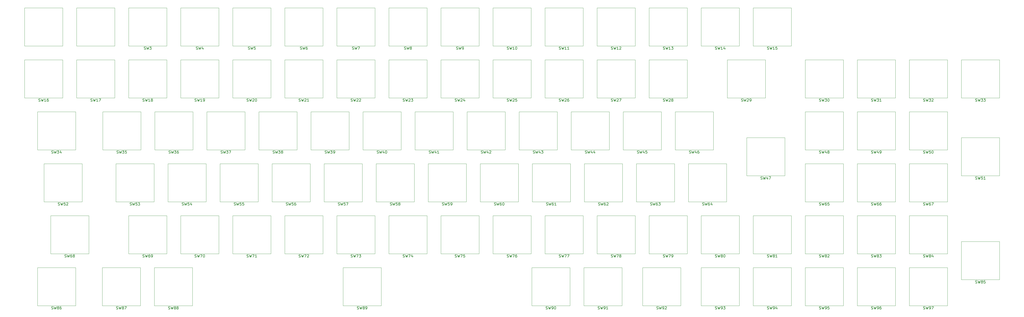
<source format=gbr>
G04 #@! TF.GenerationSoftware,KiCad,Pcbnew,(5.1.4)-1*
G04 #@! TF.CreationDate,2023-02-15T19:59:47+01:00*
G04 #@! TF.ProjectId,plate,706c6174-652e-46b6-9963-61645f706362,1.0*
G04 #@! TF.SameCoordinates,Original*
G04 #@! TF.FileFunction,Legend,Top*
G04 #@! TF.FilePolarity,Positive*
%FSLAX46Y46*%
G04 Gerber Fmt 4.6, Leading zero omitted, Abs format (unit mm)*
G04 Created by KiCad (PCBNEW (5.1.4)-1) date 2023-02-15 19:59:47*
%MOMM*%
%LPD*%
G04 APERTURE LIST*
%ADD10C,0.120000*%
%ADD11C,0.150000*%
G04 APERTURE END LIST*
D10*
X267145000Y-184658000D02*
X267145000Y-198628000D01*
X253175000Y-184658000D02*
X267145000Y-184658000D01*
X253175000Y-198628000D02*
X253175000Y-184658000D01*
X267145000Y-198628000D02*
X253175000Y-198628000D01*
X233743000Y-146558000D02*
X233743000Y-160528000D01*
X219773000Y-146558000D02*
X233743000Y-146558000D01*
X219773000Y-160528000D02*
X219773000Y-146558000D01*
X233743000Y-160528000D02*
X219773000Y-160528000D01*
X43243500Y-146558000D02*
X43243500Y-160528000D01*
X29273500Y-146558000D02*
X43243500Y-146558000D01*
X29273500Y-160528000D02*
X29273500Y-146558000D01*
X43243500Y-160528000D02*
X29273500Y-160528000D01*
X328993000Y-146558000D02*
X328993000Y-160528000D01*
X315023000Y-146558000D02*
X328993000Y-146558000D01*
X315023000Y-160528000D02*
X315023000Y-146558000D01*
X328993000Y-160528000D02*
X315023000Y-160528000D01*
X229045000Y-184658000D02*
X229045000Y-198628000D01*
X215075000Y-184658000D02*
X229045000Y-184658000D01*
X215075000Y-198628000D02*
X215075000Y-184658000D01*
X229045000Y-198628000D02*
X215075000Y-198628000D01*
X190945000Y-184658000D02*
X190945000Y-198628000D01*
X176975000Y-184658000D02*
X190945000Y-184658000D01*
X176975000Y-198628000D02*
X176975000Y-184658000D01*
X190945000Y-198628000D02*
X176975000Y-198628000D01*
X386143000Y-227203000D02*
X372173000Y-227203000D01*
X372173000Y-227203000D02*
X372173000Y-213233000D01*
X372173000Y-213233000D02*
X386143000Y-213233000D01*
X386143000Y-213233000D02*
X386143000Y-227203000D01*
X386143000Y-175133000D02*
X386143000Y-189103000D01*
X372173000Y-175133000D02*
X386143000Y-175133000D01*
X372173000Y-189103000D02*
X372173000Y-175133000D01*
X386143000Y-189103000D02*
X372173000Y-189103000D01*
X224219000Y-165608000D02*
X224219000Y-179578000D01*
X210249000Y-165608000D02*
X224219000Y-165608000D01*
X210249000Y-179578000D02*
X210249000Y-165608000D01*
X224219000Y-179578000D02*
X210249000Y-179578000D01*
X328993000Y-165608000D02*
X328993000Y-179578000D01*
X315023000Y-165608000D02*
X328993000Y-165608000D01*
X315023000Y-179578000D02*
X315023000Y-165608000D01*
X328993000Y-179578000D02*
X315023000Y-179578000D01*
X367093000Y-165608000D02*
X367093000Y-179578000D01*
X353123000Y-165608000D02*
X367093000Y-165608000D01*
X353123000Y-179578000D02*
X353123000Y-165608000D01*
X367093000Y-179578000D02*
X353123000Y-179578000D01*
X76644500Y-184658000D02*
X76644500Y-198628000D01*
X62674500Y-184658000D02*
X76644500Y-184658000D01*
X62674500Y-198628000D02*
X62674500Y-184658000D01*
X76644500Y-198628000D02*
X62674500Y-198628000D01*
X205169000Y-165608000D02*
X205169000Y-179578000D01*
X191199000Y-165608000D02*
X205169000Y-165608000D01*
X191199000Y-179578000D02*
X191199000Y-165608000D01*
X205169000Y-179578000D02*
X191199000Y-179578000D01*
X243269000Y-165608000D02*
X243269000Y-179578000D01*
X229299000Y-165608000D02*
X243269000Y-165608000D01*
X229299000Y-179578000D02*
X229299000Y-165608000D01*
X243269000Y-179578000D02*
X229299000Y-179578000D01*
X348043000Y-165608000D02*
X348043000Y-179578000D01*
X334073000Y-165608000D02*
X348043000Y-165608000D01*
X334073000Y-179578000D02*
X334073000Y-165608000D01*
X348043000Y-179578000D02*
X334073000Y-179578000D01*
X114745000Y-184658000D02*
X114745000Y-198628000D01*
X100775000Y-184658000D02*
X114745000Y-184658000D01*
X100775000Y-198628000D02*
X100775000Y-184658000D01*
X114745000Y-198628000D02*
X100775000Y-198628000D01*
X133795000Y-184658000D02*
X133795000Y-198628000D01*
X119825000Y-184658000D02*
X133795000Y-184658000D01*
X119825000Y-198628000D02*
X119825000Y-184658000D01*
X133795000Y-198628000D02*
X119825000Y-198628000D01*
X95694500Y-184658000D02*
X95694500Y-198628000D01*
X81724500Y-184658000D02*
X95694500Y-184658000D01*
X81724500Y-198628000D02*
X81724500Y-184658000D01*
X95694500Y-198628000D02*
X81724500Y-198628000D01*
X171895000Y-184658000D02*
X171895000Y-198628000D01*
X157925000Y-184658000D02*
X171895000Y-184658000D01*
X157925000Y-198628000D02*
X157925000Y-184658000D01*
X171895000Y-198628000D02*
X157925000Y-198628000D01*
X152845000Y-184658000D02*
X152845000Y-198628000D01*
X138875000Y-184658000D02*
X152845000Y-184658000D01*
X138875000Y-198628000D02*
X138875000Y-184658000D01*
X152845000Y-198628000D02*
X138875000Y-198628000D01*
X186119000Y-165608000D02*
X186119000Y-179578000D01*
X172149000Y-165608000D02*
X186119000Y-165608000D01*
X172149000Y-179578000D02*
X172149000Y-165608000D01*
X186119000Y-179578000D02*
X172149000Y-179578000D01*
X167069000Y-165608000D02*
X167069000Y-179578000D01*
X153099000Y-165608000D02*
X167069000Y-165608000D01*
X153099000Y-179578000D02*
X153099000Y-165608000D01*
X167069000Y-179578000D02*
X153099000Y-179578000D01*
X262319000Y-165608000D02*
X262319000Y-179578000D01*
X248349000Y-165608000D02*
X262319000Y-165608000D01*
X248349000Y-179578000D02*
X248349000Y-165608000D01*
X262319000Y-179578000D02*
X248349000Y-179578000D01*
X148019000Y-165608000D02*
X148019000Y-179578000D01*
X134049000Y-165608000D02*
X148019000Y-165608000D01*
X134049000Y-179578000D02*
X134049000Y-165608000D01*
X148019000Y-179578000D02*
X134049000Y-179578000D01*
X281369000Y-165608000D02*
X281369000Y-179578000D01*
X267399000Y-165608000D02*
X281369000Y-165608000D01*
X267399000Y-179578000D02*
X267399000Y-165608000D01*
X281369000Y-179578000D02*
X267399000Y-179578000D01*
X138493000Y-203708000D02*
X138493000Y-217678000D01*
X124523000Y-203708000D02*
X138493000Y-203708000D01*
X124523000Y-217678000D02*
X124523000Y-203708000D01*
X138493000Y-217678000D02*
X124523000Y-217678000D01*
X157543000Y-203708000D02*
X157543000Y-217678000D01*
X143573000Y-203708000D02*
X157543000Y-203708000D01*
X143573000Y-217678000D02*
X143573000Y-203708000D01*
X157543000Y-217678000D02*
X143573000Y-217678000D01*
X214693000Y-203708000D02*
X214693000Y-217678000D01*
X200723000Y-203708000D02*
X214693000Y-203708000D01*
X200723000Y-217678000D02*
X200723000Y-203708000D01*
X214693000Y-217678000D02*
X200723000Y-217678000D01*
X176593000Y-203708000D02*
X176593000Y-217678000D01*
X162623000Y-203708000D02*
X176593000Y-203708000D01*
X162623000Y-217678000D02*
X162623000Y-203708000D01*
X176593000Y-217678000D02*
X162623000Y-217678000D01*
X195643000Y-203708000D02*
X195643000Y-217678000D01*
X181673000Y-203708000D02*
X195643000Y-203708000D01*
X181673000Y-217678000D02*
X181673000Y-203708000D01*
X195643000Y-217678000D02*
X181673000Y-217678000D01*
X233743000Y-203708000D02*
X233743000Y-217678000D01*
X219773000Y-203708000D02*
X233743000Y-203708000D01*
X219773000Y-217678000D02*
X219773000Y-203708000D01*
X233743000Y-217678000D02*
X219773000Y-217678000D01*
X252793000Y-203708000D02*
X252793000Y-217678000D01*
X238823000Y-203708000D02*
X252793000Y-203708000D01*
X238823000Y-217678000D02*
X238823000Y-203708000D01*
X252793000Y-217678000D02*
X238823000Y-217678000D01*
X367093000Y-184658000D02*
X367093000Y-198628000D01*
X353123000Y-184658000D02*
X367093000Y-184658000D01*
X353123000Y-198628000D02*
X353123000Y-184658000D01*
X367093000Y-198628000D02*
X353123000Y-198628000D01*
X348043000Y-184658000D02*
X348043000Y-198628000D01*
X334073000Y-184658000D02*
X348043000Y-184658000D01*
X334073000Y-198628000D02*
X334073000Y-184658000D01*
X348043000Y-198628000D02*
X334073000Y-198628000D01*
X328993000Y-184658000D02*
X328993000Y-198628000D01*
X315023000Y-184658000D02*
X328993000Y-184658000D01*
X315023000Y-198628000D02*
X315023000Y-184658000D01*
X328993000Y-198628000D02*
X315023000Y-198628000D01*
X286195000Y-184658000D02*
X286195000Y-198628000D01*
X272225000Y-184658000D02*
X286195000Y-184658000D01*
X272225000Y-198628000D02*
X272225000Y-184658000D01*
X286195000Y-198628000D02*
X272225000Y-198628000D01*
X119443000Y-203708000D02*
X119443000Y-217678000D01*
X105473000Y-203708000D02*
X119443000Y-203708000D01*
X105473000Y-217678000D02*
X105473000Y-203708000D01*
X119443000Y-217678000D02*
X105473000Y-217678000D01*
X209995000Y-184658000D02*
X209995000Y-198628000D01*
X196025000Y-184658000D02*
X209995000Y-184658000D01*
X196025000Y-198628000D02*
X196025000Y-184658000D01*
X209995000Y-198628000D02*
X196025000Y-198628000D01*
X81343500Y-203708000D02*
X81343500Y-217678000D01*
X67373500Y-203708000D02*
X81343500Y-203708000D01*
X67373500Y-217678000D02*
X67373500Y-203708000D01*
X81343500Y-217678000D02*
X67373500Y-217678000D01*
X248095000Y-184658000D02*
X248095000Y-198628000D01*
X234125000Y-184658000D02*
X248095000Y-184658000D01*
X234125000Y-198628000D02*
X234125000Y-184658000D01*
X248095000Y-198628000D02*
X234125000Y-198628000D01*
X100393500Y-203708000D02*
X100393500Y-217678000D01*
X86423500Y-203708000D02*
X100393500Y-203708000D01*
X86423500Y-217678000D02*
X86423500Y-203708000D01*
X100393500Y-217678000D02*
X86423500Y-217678000D01*
X348043000Y-146558000D02*
X348043000Y-160528000D01*
X334073000Y-146558000D02*
X348043000Y-146558000D01*
X334073000Y-160528000D02*
X334073000Y-146558000D01*
X348043000Y-160528000D02*
X334073000Y-160528000D01*
X367093000Y-146558000D02*
X367093000Y-160528000D01*
X353123000Y-146558000D02*
X367093000Y-146558000D01*
X353123000Y-160528000D02*
X353123000Y-146558000D01*
X367093000Y-160528000D02*
X353123000Y-160528000D01*
X386143000Y-146558000D02*
X386143000Y-160528000D01*
X372173000Y-146558000D02*
X386143000Y-146558000D01*
X372173000Y-160528000D02*
X372173000Y-146558000D01*
X386143000Y-160528000D02*
X372173000Y-160528000D01*
X138493000Y-146558000D02*
X138493000Y-160528000D01*
X124523000Y-146558000D02*
X138493000Y-146558000D01*
X124523000Y-160528000D02*
X124523000Y-146558000D01*
X138493000Y-160528000D02*
X124523000Y-160528000D01*
X71818500Y-165608000D02*
X71818500Y-179578000D01*
X57848500Y-165608000D02*
X71818500Y-165608000D01*
X57848500Y-179578000D02*
X57848500Y-165608000D01*
X71818500Y-179578000D02*
X57848500Y-179578000D01*
X119443000Y-146558000D02*
X119443000Y-160528000D01*
X105473000Y-146558000D02*
X119443000Y-146558000D01*
X105473000Y-160528000D02*
X105473000Y-146558000D01*
X119443000Y-160528000D02*
X105473000Y-160528000D01*
X90868500Y-165608000D02*
X90868500Y-179578000D01*
X76898500Y-165608000D02*
X90868500Y-165608000D01*
X76898500Y-179578000D02*
X76898500Y-165608000D01*
X90868500Y-179578000D02*
X76898500Y-179578000D01*
X109919000Y-165608000D02*
X109919000Y-179578000D01*
X95949000Y-165608000D02*
X109919000Y-165608000D01*
X95949000Y-179578000D02*
X95949000Y-165608000D01*
X109919000Y-179578000D02*
X95949000Y-179578000D01*
X128969000Y-165608000D02*
X128969000Y-179578000D01*
X114999000Y-165608000D02*
X128969000Y-165608000D01*
X114999000Y-179578000D02*
X114999000Y-165608000D01*
X128969000Y-179578000D02*
X114999000Y-179578000D01*
X195643000Y-146558000D02*
X195643000Y-160528000D01*
X181673000Y-146558000D02*
X195643000Y-146558000D01*
X181673000Y-160528000D02*
X181673000Y-146558000D01*
X195643000Y-160528000D02*
X181673000Y-160528000D01*
X214693000Y-146558000D02*
X214693000Y-160528000D01*
X200723000Y-146558000D02*
X214693000Y-146558000D01*
X200723000Y-160528000D02*
X200723000Y-146558000D01*
X214693000Y-160528000D02*
X200723000Y-160528000D01*
X176593000Y-146558000D02*
X176593000Y-160528000D01*
X162623000Y-146558000D02*
X176593000Y-146558000D01*
X162623000Y-160528000D02*
X162623000Y-146558000D01*
X176593000Y-160528000D02*
X162623000Y-160528000D01*
X100393500Y-146558000D02*
X100393500Y-160528000D01*
X86423500Y-146558000D02*
X100393500Y-146558000D01*
X86423500Y-160528000D02*
X86423500Y-146558000D01*
X100393500Y-160528000D02*
X86423500Y-160528000D01*
X271843000Y-146558000D02*
X271843000Y-160528000D01*
X257873000Y-146558000D02*
X271843000Y-146558000D01*
X257873000Y-160528000D02*
X257873000Y-146558000D01*
X271843000Y-160528000D02*
X257873000Y-160528000D01*
X252793000Y-146558000D02*
X252793000Y-160528000D01*
X238823000Y-146558000D02*
X252793000Y-146558000D01*
X238823000Y-160528000D02*
X238823000Y-146558000D01*
X252793000Y-160528000D02*
X238823000Y-160528000D01*
X157543000Y-146558000D02*
X157543000Y-160528000D01*
X143573000Y-146558000D02*
X157543000Y-146558000D01*
X143573000Y-160528000D02*
X143573000Y-146558000D01*
X157543000Y-160528000D02*
X143573000Y-160528000D01*
X348043000Y-222758000D02*
X348043000Y-236728000D01*
X334073000Y-222758000D02*
X348043000Y-222758000D01*
X334073000Y-236728000D02*
X334073000Y-222758000D01*
X348043000Y-236728000D02*
X334073000Y-236728000D01*
X328993000Y-222758000D02*
X328993000Y-236728000D01*
X315023000Y-222758000D02*
X328993000Y-222758000D01*
X315023000Y-236728000D02*
X315023000Y-222758000D01*
X328993000Y-236728000D02*
X315023000Y-236728000D01*
X367093000Y-203708000D02*
X367093000Y-217678000D01*
X353123000Y-203708000D02*
X367093000Y-203708000D01*
X353123000Y-217678000D02*
X353123000Y-203708000D01*
X367093000Y-217678000D02*
X353123000Y-217678000D01*
X348043000Y-203708000D02*
X348043000Y-217678000D01*
X334073000Y-203708000D02*
X348043000Y-203708000D01*
X334073000Y-217678000D02*
X334073000Y-203708000D01*
X348043000Y-217678000D02*
X334073000Y-217678000D01*
X71691500Y-222758000D02*
X71691500Y-236728000D01*
X57721500Y-222758000D02*
X71691500Y-222758000D01*
X57721500Y-236728000D02*
X57721500Y-222758000D01*
X71691500Y-236728000D02*
X57721500Y-236728000D01*
X290893000Y-222758000D02*
X290893000Y-236728000D01*
X276923000Y-222758000D02*
X290893000Y-222758000D01*
X276923000Y-236728000D02*
X276923000Y-222758000D01*
X290893000Y-236728000D02*
X276923000Y-236728000D01*
X90741500Y-222758000D02*
X90741500Y-236728000D01*
X76771500Y-222758000D02*
X90741500Y-222758000D01*
X76771500Y-236728000D02*
X76771500Y-222758000D01*
X90741500Y-236728000D02*
X76771500Y-236728000D01*
X271843000Y-203708000D02*
X271843000Y-217678000D01*
X257873000Y-203708000D02*
X271843000Y-203708000D01*
X257873000Y-217678000D02*
X257873000Y-203708000D01*
X271843000Y-217678000D02*
X257873000Y-217678000D01*
X228917000Y-222758000D02*
X228917000Y-236728000D01*
X214947000Y-222758000D02*
X228917000Y-222758000D01*
X214947000Y-236728000D02*
X214947000Y-222758000D01*
X228917000Y-236728000D02*
X214947000Y-236728000D01*
X309943000Y-203708000D02*
X309943000Y-217678000D01*
X295973000Y-203708000D02*
X309943000Y-203708000D01*
X295973000Y-217678000D02*
X295973000Y-203708000D01*
X309943000Y-217678000D02*
X295973000Y-217678000D01*
X309943000Y-222758000D02*
X309943000Y-236728000D01*
X295973000Y-222758000D02*
X309943000Y-222758000D01*
X295973000Y-236728000D02*
X295973000Y-222758000D01*
X309943000Y-236728000D02*
X295973000Y-236728000D01*
X290893000Y-203708000D02*
X290893000Y-217678000D01*
X276923000Y-203708000D02*
X290893000Y-203708000D01*
X276923000Y-217678000D02*
X276923000Y-203708000D01*
X290893000Y-217678000D02*
X276923000Y-217678000D01*
X247967000Y-222758000D02*
X247967000Y-236728000D01*
X233997000Y-222758000D02*
X247967000Y-222758000D01*
X233997000Y-236728000D02*
X233997000Y-222758000D01*
X247967000Y-236728000D02*
X233997000Y-236728000D01*
X328993000Y-203708000D02*
X328993000Y-217678000D01*
X315023000Y-203708000D02*
X328993000Y-203708000D01*
X315023000Y-217678000D02*
X315023000Y-203708000D01*
X328993000Y-217678000D02*
X315023000Y-217678000D01*
X47942500Y-165608000D02*
X47942500Y-179578000D01*
X33972500Y-165608000D02*
X47942500Y-165608000D01*
X33972500Y-179578000D02*
X33972500Y-165608000D01*
X47942500Y-179578000D02*
X33972500Y-179578000D01*
X47942500Y-236728000D02*
X33972500Y-236728000D01*
X33972500Y-236728000D02*
X33972500Y-222758000D01*
X33972500Y-222758000D02*
X47942500Y-222758000D01*
X47942500Y-222758000D02*
X47942500Y-236728000D01*
X300419000Y-146558000D02*
X300419000Y-160528000D01*
X286449000Y-146558000D02*
X300419000Y-146558000D01*
X286449000Y-160528000D02*
X286449000Y-146558000D01*
X300419000Y-160528000D02*
X286449000Y-160528000D01*
X52768500Y-217678000D02*
X38798500Y-217678000D01*
X38798500Y-217678000D02*
X38798500Y-203708000D01*
X38798500Y-203708000D02*
X52768500Y-203708000D01*
X52768500Y-203708000D02*
X52768500Y-217678000D01*
X307531000Y-189103000D02*
X293561000Y-189103000D01*
X293561000Y-189103000D02*
X293561000Y-175133000D01*
X293561000Y-175133000D02*
X307531000Y-175133000D01*
X307531000Y-175133000D02*
X307531000Y-189103000D01*
X50355500Y-198628000D02*
X36385500Y-198628000D01*
X36385500Y-198628000D02*
X36385500Y-184658000D01*
X36385500Y-184658000D02*
X50355500Y-184658000D01*
X50355500Y-184658000D02*
X50355500Y-198628000D01*
X159829000Y-236728000D02*
X145859000Y-236728000D01*
X145859000Y-236728000D02*
X145859000Y-222758000D01*
X145859000Y-222758000D02*
X159829000Y-222758000D01*
X159829000Y-222758000D02*
X159829000Y-236728000D01*
X269431000Y-236728000D02*
X255461000Y-236728000D01*
X255461000Y-236728000D02*
X255461000Y-222758000D01*
X255461000Y-222758000D02*
X269431000Y-222758000D01*
X269431000Y-222758000D02*
X269431000Y-236728000D01*
X81343500Y-146558000D02*
X81343500Y-160528000D01*
X67373500Y-146558000D02*
X81343500Y-146558000D01*
X67373500Y-160528000D02*
X67373500Y-146558000D01*
X81343500Y-160528000D02*
X67373500Y-160528000D01*
X62293500Y-146558000D02*
X62293500Y-160528000D01*
X48323500Y-146558000D02*
X62293500Y-146558000D01*
X48323500Y-160528000D02*
X48323500Y-146558000D01*
X62293500Y-160528000D02*
X48323500Y-160528000D01*
X367093000Y-222758000D02*
X367093000Y-236728000D01*
X353123000Y-222758000D02*
X367093000Y-222758000D01*
X353123000Y-236728000D02*
X353123000Y-222758000D01*
X367093000Y-236728000D02*
X353123000Y-236728000D01*
X233743000Y-127508000D02*
X233743000Y-141478000D01*
X219773000Y-127508000D02*
X233743000Y-127508000D01*
X219773000Y-141478000D02*
X219773000Y-127508000D01*
X233743000Y-141478000D02*
X219773000Y-141478000D01*
X195643000Y-127508000D02*
X195643000Y-141478000D01*
X181673000Y-127508000D02*
X195643000Y-127508000D01*
X181673000Y-141478000D02*
X181673000Y-127508000D01*
X195643000Y-141478000D02*
X181673000Y-141478000D01*
X309943000Y-127508000D02*
X309943000Y-141478000D01*
X295973000Y-127508000D02*
X309943000Y-127508000D01*
X295973000Y-141478000D02*
X295973000Y-127508000D01*
X309943000Y-141478000D02*
X295973000Y-141478000D01*
X138493000Y-127508000D02*
X138493000Y-141478000D01*
X124523000Y-127508000D02*
X138493000Y-127508000D01*
X124523000Y-141478000D02*
X124523000Y-127508000D01*
X138493000Y-141478000D02*
X124523000Y-141478000D01*
X81343500Y-127508000D02*
X81343500Y-141478000D01*
X67373500Y-127508000D02*
X81343500Y-127508000D01*
X67373500Y-141478000D02*
X67373500Y-127508000D01*
X81343500Y-141478000D02*
X67373500Y-141478000D01*
X252793000Y-127508000D02*
X252793000Y-141478000D01*
X238823000Y-127508000D02*
X252793000Y-127508000D01*
X238823000Y-141478000D02*
X238823000Y-127508000D01*
X252793000Y-141478000D02*
X238823000Y-141478000D01*
X157543000Y-127508000D02*
X157543000Y-141478000D01*
X143573000Y-127508000D02*
X157543000Y-127508000D01*
X143573000Y-141478000D02*
X143573000Y-127508000D01*
X157543000Y-141478000D02*
X143573000Y-141478000D01*
X119443000Y-127508000D02*
X119443000Y-141478000D01*
X105473000Y-127508000D02*
X119443000Y-127508000D01*
X105473000Y-141478000D02*
X105473000Y-127508000D01*
X119443000Y-141478000D02*
X105473000Y-141478000D01*
X176593000Y-127508000D02*
X176593000Y-141478000D01*
X162623000Y-127508000D02*
X176593000Y-127508000D01*
X162623000Y-141478000D02*
X162623000Y-127508000D01*
X176593000Y-141478000D02*
X162623000Y-141478000D01*
X271843000Y-127508000D02*
X271843000Y-141478000D01*
X257873000Y-127508000D02*
X271843000Y-127508000D01*
X257873000Y-141478000D02*
X257873000Y-127508000D01*
X271843000Y-141478000D02*
X257873000Y-141478000D01*
X290893000Y-127508000D02*
X290893000Y-141478000D01*
X276923000Y-127508000D02*
X290893000Y-127508000D01*
X276923000Y-141478000D02*
X276923000Y-127508000D01*
X290893000Y-141478000D02*
X276923000Y-141478000D01*
X100393500Y-127508000D02*
X100393500Y-141478000D01*
X86423500Y-127508000D02*
X100393500Y-127508000D01*
X86423500Y-141478000D02*
X86423500Y-127508000D01*
X100393500Y-141478000D02*
X86423500Y-141478000D01*
X214693000Y-127508000D02*
X214693000Y-141478000D01*
X200723000Y-127508000D02*
X214693000Y-127508000D01*
X200723000Y-141478000D02*
X200723000Y-127508000D01*
X214693000Y-141478000D02*
X200723000Y-141478000D01*
X62293500Y-127508000D02*
X62293500Y-141478000D01*
X48323500Y-127508000D02*
X62293500Y-127508000D01*
X48323500Y-141478000D02*
X48323500Y-127508000D01*
X62293500Y-141478000D02*
X48323500Y-141478000D01*
X43243500Y-127508000D02*
X43243500Y-141478000D01*
X29273500Y-127508000D02*
X43243500Y-127508000D01*
X29273500Y-141478000D02*
X29273500Y-127508000D01*
X43243500Y-141478000D02*
X29273500Y-141478000D01*
D11*
X258350476Y-199921761D02*
X258493333Y-199969380D01*
X258731428Y-199969380D01*
X258826666Y-199921761D01*
X258874285Y-199874142D01*
X258921904Y-199778904D01*
X258921904Y-199683666D01*
X258874285Y-199588428D01*
X258826666Y-199540809D01*
X258731428Y-199493190D01*
X258540952Y-199445571D01*
X258445714Y-199397952D01*
X258398095Y-199350333D01*
X258350476Y-199255095D01*
X258350476Y-199159857D01*
X258398095Y-199064619D01*
X258445714Y-199017000D01*
X258540952Y-198969380D01*
X258779047Y-198969380D01*
X258921904Y-199017000D01*
X259255238Y-198969380D02*
X259493333Y-199969380D01*
X259683809Y-199255095D01*
X259874285Y-199969380D01*
X260112380Y-198969380D01*
X260921904Y-198969380D02*
X260731428Y-198969380D01*
X260636190Y-199017000D01*
X260588571Y-199064619D01*
X260493333Y-199207476D01*
X260445714Y-199397952D01*
X260445714Y-199778904D01*
X260493333Y-199874142D01*
X260540952Y-199921761D01*
X260636190Y-199969380D01*
X260826666Y-199969380D01*
X260921904Y-199921761D01*
X260969523Y-199874142D01*
X261017142Y-199778904D01*
X261017142Y-199540809D01*
X260969523Y-199445571D01*
X260921904Y-199397952D01*
X260826666Y-199350333D01*
X260636190Y-199350333D01*
X260540952Y-199397952D01*
X260493333Y-199445571D01*
X260445714Y-199540809D01*
X261350476Y-198969380D02*
X261969523Y-198969380D01*
X261636190Y-199350333D01*
X261779047Y-199350333D01*
X261874285Y-199397952D01*
X261921904Y-199445571D01*
X261969523Y-199540809D01*
X261969523Y-199778904D01*
X261921904Y-199874142D01*
X261874285Y-199921761D01*
X261779047Y-199969380D01*
X261493333Y-199969380D01*
X261398095Y-199921761D01*
X261350476Y-199874142D01*
X224948476Y-161821761D02*
X225091333Y-161869380D01*
X225329428Y-161869380D01*
X225424666Y-161821761D01*
X225472285Y-161774142D01*
X225519904Y-161678904D01*
X225519904Y-161583666D01*
X225472285Y-161488428D01*
X225424666Y-161440809D01*
X225329428Y-161393190D01*
X225138952Y-161345571D01*
X225043714Y-161297952D01*
X224996095Y-161250333D01*
X224948476Y-161155095D01*
X224948476Y-161059857D01*
X224996095Y-160964619D01*
X225043714Y-160917000D01*
X225138952Y-160869380D01*
X225377047Y-160869380D01*
X225519904Y-160917000D01*
X225853238Y-160869380D02*
X226091333Y-161869380D01*
X226281809Y-161155095D01*
X226472285Y-161869380D01*
X226710380Y-160869380D01*
X227043714Y-160964619D02*
X227091333Y-160917000D01*
X227186571Y-160869380D01*
X227424666Y-160869380D01*
X227519904Y-160917000D01*
X227567523Y-160964619D01*
X227615142Y-161059857D01*
X227615142Y-161155095D01*
X227567523Y-161297952D01*
X226996095Y-161869380D01*
X227615142Y-161869380D01*
X228472285Y-160869380D02*
X228281809Y-160869380D01*
X228186571Y-160917000D01*
X228138952Y-160964619D01*
X228043714Y-161107476D01*
X227996095Y-161297952D01*
X227996095Y-161678904D01*
X228043714Y-161774142D01*
X228091333Y-161821761D01*
X228186571Y-161869380D01*
X228377047Y-161869380D01*
X228472285Y-161821761D01*
X228519904Y-161774142D01*
X228567523Y-161678904D01*
X228567523Y-161440809D01*
X228519904Y-161345571D01*
X228472285Y-161297952D01*
X228377047Y-161250333D01*
X228186571Y-161250333D01*
X228091333Y-161297952D01*
X228043714Y-161345571D01*
X227996095Y-161440809D01*
X34448976Y-161821761D02*
X34591833Y-161869380D01*
X34829928Y-161869380D01*
X34925166Y-161821761D01*
X34972785Y-161774142D01*
X35020404Y-161678904D01*
X35020404Y-161583666D01*
X34972785Y-161488428D01*
X34925166Y-161440809D01*
X34829928Y-161393190D01*
X34639452Y-161345571D01*
X34544214Y-161297952D01*
X34496595Y-161250333D01*
X34448976Y-161155095D01*
X34448976Y-161059857D01*
X34496595Y-160964619D01*
X34544214Y-160917000D01*
X34639452Y-160869380D01*
X34877547Y-160869380D01*
X35020404Y-160917000D01*
X35353738Y-160869380D02*
X35591833Y-161869380D01*
X35782309Y-161155095D01*
X35972785Y-161869380D01*
X36210880Y-160869380D01*
X37115642Y-161869380D02*
X36544214Y-161869380D01*
X36829928Y-161869380D02*
X36829928Y-160869380D01*
X36734690Y-161012238D01*
X36639452Y-161107476D01*
X36544214Y-161155095D01*
X37972785Y-160869380D02*
X37782309Y-160869380D01*
X37687071Y-160917000D01*
X37639452Y-160964619D01*
X37544214Y-161107476D01*
X37496595Y-161297952D01*
X37496595Y-161678904D01*
X37544214Y-161774142D01*
X37591833Y-161821761D01*
X37687071Y-161869380D01*
X37877547Y-161869380D01*
X37972785Y-161821761D01*
X38020404Y-161774142D01*
X38068023Y-161678904D01*
X38068023Y-161440809D01*
X38020404Y-161345571D01*
X37972785Y-161297952D01*
X37877547Y-161250333D01*
X37687071Y-161250333D01*
X37591833Y-161297952D01*
X37544214Y-161345571D01*
X37496595Y-161440809D01*
X320198476Y-161821761D02*
X320341333Y-161869380D01*
X320579428Y-161869380D01*
X320674666Y-161821761D01*
X320722285Y-161774142D01*
X320769904Y-161678904D01*
X320769904Y-161583666D01*
X320722285Y-161488428D01*
X320674666Y-161440809D01*
X320579428Y-161393190D01*
X320388952Y-161345571D01*
X320293714Y-161297952D01*
X320246095Y-161250333D01*
X320198476Y-161155095D01*
X320198476Y-161059857D01*
X320246095Y-160964619D01*
X320293714Y-160917000D01*
X320388952Y-160869380D01*
X320627047Y-160869380D01*
X320769904Y-160917000D01*
X321103238Y-160869380D02*
X321341333Y-161869380D01*
X321531809Y-161155095D01*
X321722285Y-161869380D01*
X321960380Y-160869380D01*
X322246095Y-160869380D02*
X322865142Y-160869380D01*
X322531809Y-161250333D01*
X322674666Y-161250333D01*
X322769904Y-161297952D01*
X322817523Y-161345571D01*
X322865142Y-161440809D01*
X322865142Y-161678904D01*
X322817523Y-161774142D01*
X322769904Y-161821761D01*
X322674666Y-161869380D01*
X322388952Y-161869380D01*
X322293714Y-161821761D01*
X322246095Y-161774142D01*
X323484190Y-160869380D02*
X323579428Y-160869380D01*
X323674666Y-160917000D01*
X323722285Y-160964619D01*
X323769904Y-161059857D01*
X323817523Y-161250333D01*
X323817523Y-161488428D01*
X323769904Y-161678904D01*
X323722285Y-161774142D01*
X323674666Y-161821761D01*
X323579428Y-161869380D01*
X323484190Y-161869380D01*
X323388952Y-161821761D01*
X323341333Y-161774142D01*
X323293714Y-161678904D01*
X323246095Y-161488428D01*
X323246095Y-161250333D01*
X323293714Y-161059857D01*
X323341333Y-160964619D01*
X323388952Y-160917000D01*
X323484190Y-160869380D01*
X220250476Y-199921761D02*
X220393333Y-199969380D01*
X220631428Y-199969380D01*
X220726666Y-199921761D01*
X220774285Y-199874142D01*
X220821904Y-199778904D01*
X220821904Y-199683666D01*
X220774285Y-199588428D01*
X220726666Y-199540809D01*
X220631428Y-199493190D01*
X220440952Y-199445571D01*
X220345714Y-199397952D01*
X220298095Y-199350333D01*
X220250476Y-199255095D01*
X220250476Y-199159857D01*
X220298095Y-199064619D01*
X220345714Y-199017000D01*
X220440952Y-198969380D01*
X220679047Y-198969380D01*
X220821904Y-199017000D01*
X221155238Y-198969380D02*
X221393333Y-199969380D01*
X221583809Y-199255095D01*
X221774285Y-199969380D01*
X222012380Y-198969380D01*
X222821904Y-198969380D02*
X222631428Y-198969380D01*
X222536190Y-199017000D01*
X222488571Y-199064619D01*
X222393333Y-199207476D01*
X222345714Y-199397952D01*
X222345714Y-199778904D01*
X222393333Y-199874142D01*
X222440952Y-199921761D01*
X222536190Y-199969380D01*
X222726666Y-199969380D01*
X222821904Y-199921761D01*
X222869523Y-199874142D01*
X222917142Y-199778904D01*
X222917142Y-199540809D01*
X222869523Y-199445571D01*
X222821904Y-199397952D01*
X222726666Y-199350333D01*
X222536190Y-199350333D01*
X222440952Y-199397952D01*
X222393333Y-199445571D01*
X222345714Y-199540809D01*
X223869523Y-199969380D02*
X223298095Y-199969380D01*
X223583809Y-199969380D02*
X223583809Y-198969380D01*
X223488571Y-199112238D01*
X223393333Y-199207476D01*
X223298095Y-199255095D01*
X182150476Y-199921761D02*
X182293333Y-199969380D01*
X182531428Y-199969380D01*
X182626666Y-199921761D01*
X182674285Y-199874142D01*
X182721904Y-199778904D01*
X182721904Y-199683666D01*
X182674285Y-199588428D01*
X182626666Y-199540809D01*
X182531428Y-199493190D01*
X182340952Y-199445571D01*
X182245714Y-199397952D01*
X182198095Y-199350333D01*
X182150476Y-199255095D01*
X182150476Y-199159857D01*
X182198095Y-199064619D01*
X182245714Y-199017000D01*
X182340952Y-198969380D01*
X182579047Y-198969380D01*
X182721904Y-199017000D01*
X183055238Y-198969380D02*
X183293333Y-199969380D01*
X183483809Y-199255095D01*
X183674285Y-199969380D01*
X183912380Y-198969380D01*
X184769523Y-198969380D02*
X184293333Y-198969380D01*
X184245714Y-199445571D01*
X184293333Y-199397952D01*
X184388571Y-199350333D01*
X184626666Y-199350333D01*
X184721904Y-199397952D01*
X184769523Y-199445571D01*
X184817142Y-199540809D01*
X184817142Y-199778904D01*
X184769523Y-199874142D01*
X184721904Y-199921761D01*
X184626666Y-199969380D01*
X184388571Y-199969380D01*
X184293333Y-199921761D01*
X184245714Y-199874142D01*
X185293333Y-199969380D02*
X185483809Y-199969380D01*
X185579047Y-199921761D01*
X185626666Y-199874142D01*
X185721904Y-199731285D01*
X185769523Y-199540809D01*
X185769523Y-199159857D01*
X185721904Y-199064619D01*
X185674285Y-199017000D01*
X185579047Y-198969380D01*
X185388571Y-198969380D01*
X185293333Y-199017000D01*
X185245714Y-199064619D01*
X185198095Y-199159857D01*
X185198095Y-199397952D01*
X185245714Y-199493190D01*
X185293333Y-199540809D01*
X185388571Y-199588428D01*
X185579047Y-199588428D01*
X185674285Y-199540809D01*
X185721904Y-199493190D01*
X185769523Y-199397952D01*
X377348476Y-228496761D02*
X377491333Y-228544380D01*
X377729428Y-228544380D01*
X377824666Y-228496761D01*
X377872285Y-228449142D01*
X377919904Y-228353904D01*
X377919904Y-228258666D01*
X377872285Y-228163428D01*
X377824666Y-228115809D01*
X377729428Y-228068190D01*
X377538952Y-228020571D01*
X377443714Y-227972952D01*
X377396095Y-227925333D01*
X377348476Y-227830095D01*
X377348476Y-227734857D01*
X377396095Y-227639619D01*
X377443714Y-227592000D01*
X377538952Y-227544380D01*
X377777047Y-227544380D01*
X377919904Y-227592000D01*
X378253238Y-227544380D02*
X378491333Y-228544380D01*
X378681809Y-227830095D01*
X378872285Y-228544380D01*
X379110380Y-227544380D01*
X379634190Y-227972952D02*
X379538952Y-227925333D01*
X379491333Y-227877714D01*
X379443714Y-227782476D01*
X379443714Y-227734857D01*
X379491333Y-227639619D01*
X379538952Y-227592000D01*
X379634190Y-227544380D01*
X379824666Y-227544380D01*
X379919904Y-227592000D01*
X379967523Y-227639619D01*
X380015142Y-227734857D01*
X380015142Y-227782476D01*
X379967523Y-227877714D01*
X379919904Y-227925333D01*
X379824666Y-227972952D01*
X379634190Y-227972952D01*
X379538952Y-228020571D01*
X379491333Y-228068190D01*
X379443714Y-228163428D01*
X379443714Y-228353904D01*
X379491333Y-228449142D01*
X379538952Y-228496761D01*
X379634190Y-228544380D01*
X379824666Y-228544380D01*
X379919904Y-228496761D01*
X379967523Y-228449142D01*
X380015142Y-228353904D01*
X380015142Y-228163428D01*
X379967523Y-228068190D01*
X379919904Y-228020571D01*
X379824666Y-227972952D01*
X380919904Y-227544380D02*
X380443714Y-227544380D01*
X380396095Y-228020571D01*
X380443714Y-227972952D01*
X380538952Y-227925333D01*
X380777047Y-227925333D01*
X380872285Y-227972952D01*
X380919904Y-228020571D01*
X380967523Y-228115809D01*
X380967523Y-228353904D01*
X380919904Y-228449142D01*
X380872285Y-228496761D01*
X380777047Y-228544380D01*
X380538952Y-228544380D01*
X380443714Y-228496761D01*
X380396095Y-228449142D01*
X377348476Y-190396761D02*
X377491333Y-190444380D01*
X377729428Y-190444380D01*
X377824666Y-190396761D01*
X377872285Y-190349142D01*
X377919904Y-190253904D01*
X377919904Y-190158666D01*
X377872285Y-190063428D01*
X377824666Y-190015809D01*
X377729428Y-189968190D01*
X377538952Y-189920571D01*
X377443714Y-189872952D01*
X377396095Y-189825333D01*
X377348476Y-189730095D01*
X377348476Y-189634857D01*
X377396095Y-189539619D01*
X377443714Y-189492000D01*
X377538952Y-189444380D01*
X377777047Y-189444380D01*
X377919904Y-189492000D01*
X378253238Y-189444380D02*
X378491333Y-190444380D01*
X378681809Y-189730095D01*
X378872285Y-190444380D01*
X379110380Y-189444380D01*
X379967523Y-189444380D02*
X379491333Y-189444380D01*
X379443714Y-189920571D01*
X379491333Y-189872952D01*
X379586571Y-189825333D01*
X379824666Y-189825333D01*
X379919904Y-189872952D01*
X379967523Y-189920571D01*
X380015142Y-190015809D01*
X380015142Y-190253904D01*
X379967523Y-190349142D01*
X379919904Y-190396761D01*
X379824666Y-190444380D01*
X379586571Y-190444380D01*
X379491333Y-190396761D01*
X379443714Y-190349142D01*
X380967523Y-190444380D02*
X380396095Y-190444380D01*
X380681809Y-190444380D02*
X380681809Y-189444380D01*
X380586571Y-189587238D01*
X380491333Y-189682476D01*
X380396095Y-189730095D01*
X215424476Y-180871761D02*
X215567333Y-180919380D01*
X215805428Y-180919380D01*
X215900666Y-180871761D01*
X215948285Y-180824142D01*
X215995904Y-180728904D01*
X215995904Y-180633666D01*
X215948285Y-180538428D01*
X215900666Y-180490809D01*
X215805428Y-180443190D01*
X215614952Y-180395571D01*
X215519714Y-180347952D01*
X215472095Y-180300333D01*
X215424476Y-180205095D01*
X215424476Y-180109857D01*
X215472095Y-180014619D01*
X215519714Y-179967000D01*
X215614952Y-179919380D01*
X215853047Y-179919380D01*
X215995904Y-179967000D01*
X216329238Y-179919380D02*
X216567333Y-180919380D01*
X216757809Y-180205095D01*
X216948285Y-180919380D01*
X217186380Y-179919380D01*
X217995904Y-180252714D02*
X217995904Y-180919380D01*
X217757809Y-179871761D02*
X217519714Y-180586047D01*
X218138761Y-180586047D01*
X218424476Y-179919380D02*
X219043523Y-179919380D01*
X218710190Y-180300333D01*
X218853047Y-180300333D01*
X218948285Y-180347952D01*
X218995904Y-180395571D01*
X219043523Y-180490809D01*
X219043523Y-180728904D01*
X218995904Y-180824142D01*
X218948285Y-180871761D01*
X218853047Y-180919380D01*
X218567333Y-180919380D01*
X218472095Y-180871761D01*
X218424476Y-180824142D01*
X320198476Y-180871761D02*
X320341333Y-180919380D01*
X320579428Y-180919380D01*
X320674666Y-180871761D01*
X320722285Y-180824142D01*
X320769904Y-180728904D01*
X320769904Y-180633666D01*
X320722285Y-180538428D01*
X320674666Y-180490809D01*
X320579428Y-180443190D01*
X320388952Y-180395571D01*
X320293714Y-180347952D01*
X320246095Y-180300333D01*
X320198476Y-180205095D01*
X320198476Y-180109857D01*
X320246095Y-180014619D01*
X320293714Y-179967000D01*
X320388952Y-179919380D01*
X320627047Y-179919380D01*
X320769904Y-179967000D01*
X321103238Y-179919380D02*
X321341333Y-180919380D01*
X321531809Y-180205095D01*
X321722285Y-180919380D01*
X321960380Y-179919380D01*
X322769904Y-180252714D02*
X322769904Y-180919380D01*
X322531809Y-179871761D02*
X322293714Y-180586047D01*
X322912761Y-180586047D01*
X323436571Y-180347952D02*
X323341333Y-180300333D01*
X323293714Y-180252714D01*
X323246095Y-180157476D01*
X323246095Y-180109857D01*
X323293714Y-180014619D01*
X323341333Y-179967000D01*
X323436571Y-179919380D01*
X323627047Y-179919380D01*
X323722285Y-179967000D01*
X323769904Y-180014619D01*
X323817523Y-180109857D01*
X323817523Y-180157476D01*
X323769904Y-180252714D01*
X323722285Y-180300333D01*
X323627047Y-180347952D01*
X323436571Y-180347952D01*
X323341333Y-180395571D01*
X323293714Y-180443190D01*
X323246095Y-180538428D01*
X323246095Y-180728904D01*
X323293714Y-180824142D01*
X323341333Y-180871761D01*
X323436571Y-180919380D01*
X323627047Y-180919380D01*
X323722285Y-180871761D01*
X323769904Y-180824142D01*
X323817523Y-180728904D01*
X323817523Y-180538428D01*
X323769904Y-180443190D01*
X323722285Y-180395571D01*
X323627047Y-180347952D01*
X358298476Y-180871761D02*
X358441333Y-180919380D01*
X358679428Y-180919380D01*
X358774666Y-180871761D01*
X358822285Y-180824142D01*
X358869904Y-180728904D01*
X358869904Y-180633666D01*
X358822285Y-180538428D01*
X358774666Y-180490809D01*
X358679428Y-180443190D01*
X358488952Y-180395571D01*
X358393714Y-180347952D01*
X358346095Y-180300333D01*
X358298476Y-180205095D01*
X358298476Y-180109857D01*
X358346095Y-180014619D01*
X358393714Y-179967000D01*
X358488952Y-179919380D01*
X358727047Y-179919380D01*
X358869904Y-179967000D01*
X359203238Y-179919380D02*
X359441333Y-180919380D01*
X359631809Y-180205095D01*
X359822285Y-180919380D01*
X360060380Y-179919380D01*
X360917523Y-179919380D02*
X360441333Y-179919380D01*
X360393714Y-180395571D01*
X360441333Y-180347952D01*
X360536571Y-180300333D01*
X360774666Y-180300333D01*
X360869904Y-180347952D01*
X360917523Y-180395571D01*
X360965142Y-180490809D01*
X360965142Y-180728904D01*
X360917523Y-180824142D01*
X360869904Y-180871761D01*
X360774666Y-180919380D01*
X360536571Y-180919380D01*
X360441333Y-180871761D01*
X360393714Y-180824142D01*
X361584190Y-179919380D02*
X361679428Y-179919380D01*
X361774666Y-179967000D01*
X361822285Y-180014619D01*
X361869904Y-180109857D01*
X361917523Y-180300333D01*
X361917523Y-180538428D01*
X361869904Y-180728904D01*
X361822285Y-180824142D01*
X361774666Y-180871761D01*
X361679428Y-180919380D01*
X361584190Y-180919380D01*
X361488952Y-180871761D01*
X361441333Y-180824142D01*
X361393714Y-180728904D01*
X361346095Y-180538428D01*
X361346095Y-180300333D01*
X361393714Y-180109857D01*
X361441333Y-180014619D01*
X361488952Y-179967000D01*
X361584190Y-179919380D01*
X67849976Y-199921761D02*
X67992833Y-199969380D01*
X68230928Y-199969380D01*
X68326166Y-199921761D01*
X68373785Y-199874142D01*
X68421404Y-199778904D01*
X68421404Y-199683666D01*
X68373785Y-199588428D01*
X68326166Y-199540809D01*
X68230928Y-199493190D01*
X68040452Y-199445571D01*
X67945214Y-199397952D01*
X67897595Y-199350333D01*
X67849976Y-199255095D01*
X67849976Y-199159857D01*
X67897595Y-199064619D01*
X67945214Y-199017000D01*
X68040452Y-198969380D01*
X68278547Y-198969380D01*
X68421404Y-199017000D01*
X68754738Y-198969380D02*
X68992833Y-199969380D01*
X69183309Y-199255095D01*
X69373785Y-199969380D01*
X69611880Y-198969380D01*
X70469023Y-198969380D02*
X69992833Y-198969380D01*
X69945214Y-199445571D01*
X69992833Y-199397952D01*
X70088071Y-199350333D01*
X70326166Y-199350333D01*
X70421404Y-199397952D01*
X70469023Y-199445571D01*
X70516642Y-199540809D01*
X70516642Y-199778904D01*
X70469023Y-199874142D01*
X70421404Y-199921761D01*
X70326166Y-199969380D01*
X70088071Y-199969380D01*
X69992833Y-199921761D01*
X69945214Y-199874142D01*
X70849976Y-198969380D02*
X71469023Y-198969380D01*
X71135690Y-199350333D01*
X71278547Y-199350333D01*
X71373785Y-199397952D01*
X71421404Y-199445571D01*
X71469023Y-199540809D01*
X71469023Y-199778904D01*
X71421404Y-199874142D01*
X71373785Y-199921761D01*
X71278547Y-199969380D01*
X70992833Y-199969380D01*
X70897595Y-199921761D01*
X70849976Y-199874142D01*
X196374476Y-180871761D02*
X196517333Y-180919380D01*
X196755428Y-180919380D01*
X196850666Y-180871761D01*
X196898285Y-180824142D01*
X196945904Y-180728904D01*
X196945904Y-180633666D01*
X196898285Y-180538428D01*
X196850666Y-180490809D01*
X196755428Y-180443190D01*
X196564952Y-180395571D01*
X196469714Y-180347952D01*
X196422095Y-180300333D01*
X196374476Y-180205095D01*
X196374476Y-180109857D01*
X196422095Y-180014619D01*
X196469714Y-179967000D01*
X196564952Y-179919380D01*
X196803047Y-179919380D01*
X196945904Y-179967000D01*
X197279238Y-179919380D02*
X197517333Y-180919380D01*
X197707809Y-180205095D01*
X197898285Y-180919380D01*
X198136380Y-179919380D01*
X198945904Y-180252714D02*
X198945904Y-180919380D01*
X198707809Y-179871761D02*
X198469714Y-180586047D01*
X199088761Y-180586047D01*
X199422095Y-180014619D02*
X199469714Y-179967000D01*
X199564952Y-179919380D01*
X199803047Y-179919380D01*
X199898285Y-179967000D01*
X199945904Y-180014619D01*
X199993523Y-180109857D01*
X199993523Y-180205095D01*
X199945904Y-180347952D01*
X199374476Y-180919380D01*
X199993523Y-180919380D01*
X234474476Y-180871761D02*
X234617333Y-180919380D01*
X234855428Y-180919380D01*
X234950666Y-180871761D01*
X234998285Y-180824142D01*
X235045904Y-180728904D01*
X235045904Y-180633666D01*
X234998285Y-180538428D01*
X234950666Y-180490809D01*
X234855428Y-180443190D01*
X234664952Y-180395571D01*
X234569714Y-180347952D01*
X234522095Y-180300333D01*
X234474476Y-180205095D01*
X234474476Y-180109857D01*
X234522095Y-180014619D01*
X234569714Y-179967000D01*
X234664952Y-179919380D01*
X234903047Y-179919380D01*
X235045904Y-179967000D01*
X235379238Y-179919380D02*
X235617333Y-180919380D01*
X235807809Y-180205095D01*
X235998285Y-180919380D01*
X236236380Y-179919380D01*
X237045904Y-180252714D02*
X237045904Y-180919380D01*
X236807809Y-179871761D02*
X236569714Y-180586047D01*
X237188761Y-180586047D01*
X237998285Y-180252714D02*
X237998285Y-180919380D01*
X237760190Y-179871761D02*
X237522095Y-180586047D01*
X238141142Y-180586047D01*
X339248476Y-180871761D02*
X339391333Y-180919380D01*
X339629428Y-180919380D01*
X339724666Y-180871761D01*
X339772285Y-180824142D01*
X339819904Y-180728904D01*
X339819904Y-180633666D01*
X339772285Y-180538428D01*
X339724666Y-180490809D01*
X339629428Y-180443190D01*
X339438952Y-180395571D01*
X339343714Y-180347952D01*
X339296095Y-180300333D01*
X339248476Y-180205095D01*
X339248476Y-180109857D01*
X339296095Y-180014619D01*
X339343714Y-179967000D01*
X339438952Y-179919380D01*
X339677047Y-179919380D01*
X339819904Y-179967000D01*
X340153238Y-179919380D02*
X340391333Y-180919380D01*
X340581809Y-180205095D01*
X340772285Y-180919380D01*
X341010380Y-179919380D01*
X341819904Y-180252714D02*
X341819904Y-180919380D01*
X341581809Y-179871761D02*
X341343714Y-180586047D01*
X341962761Y-180586047D01*
X342391333Y-180919380D02*
X342581809Y-180919380D01*
X342677047Y-180871761D01*
X342724666Y-180824142D01*
X342819904Y-180681285D01*
X342867523Y-180490809D01*
X342867523Y-180109857D01*
X342819904Y-180014619D01*
X342772285Y-179967000D01*
X342677047Y-179919380D01*
X342486571Y-179919380D01*
X342391333Y-179967000D01*
X342343714Y-180014619D01*
X342296095Y-180109857D01*
X342296095Y-180347952D01*
X342343714Y-180443190D01*
X342391333Y-180490809D01*
X342486571Y-180538428D01*
X342677047Y-180538428D01*
X342772285Y-180490809D01*
X342819904Y-180443190D01*
X342867523Y-180347952D01*
X105950476Y-199921761D02*
X106093333Y-199969380D01*
X106331428Y-199969380D01*
X106426666Y-199921761D01*
X106474285Y-199874142D01*
X106521904Y-199778904D01*
X106521904Y-199683666D01*
X106474285Y-199588428D01*
X106426666Y-199540809D01*
X106331428Y-199493190D01*
X106140952Y-199445571D01*
X106045714Y-199397952D01*
X105998095Y-199350333D01*
X105950476Y-199255095D01*
X105950476Y-199159857D01*
X105998095Y-199064619D01*
X106045714Y-199017000D01*
X106140952Y-198969380D01*
X106379047Y-198969380D01*
X106521904Y-199017000D01*
X106855238Y-198969380D02*
X107093333Y-199969380D01*
X107283809Y-199255095D01*
X107474285Y-199969380D01*
X107712380Y-198969380D01*
X108569523Y-198969380D02*
X108093333Y-198969380D01*
X108045714Y-199445571D01*
X108093333Y-199397952D01*
X108188571Y-199350333D01*
X108426666Y-199350333D01*
X108521904Y-199397952D01*
X108569523Y-199445571D01*
X108617142Y-199540809D01*
X108617142Y-199778904D01*
X108569523Y-199874142D01*
X108521904Y-199921761D01*
X108426666Y-199969380D01*
X108188571Y-199969380D01*
X108093333Y-199921761D01*
X108045714Y-199874142D01*
X109521904Y-198969380D02*
X109045714Y-198969380D01*
X108998095Y-199445571D01*
X109045714Y-199397952D01*
X109140952Y-199350333D01*
X109379047Y-199350333D01*
X109474285Y-199397952D01*
X109521904Y-199445571D01*
X109569523Y-199540809D01*
X109569523Y-199778904D01*
X109521904Y-199874142D01*
X109474285Y-199921761D01*
X109379047Y-199969380D01*
X109140952Y-199969380D01*
X109045714Y-199921761D01*
X108998095Y-199874142D01*
X125000476Y-199921761D02*
X125143333Y-199969380D01*
X125381428Y-199969380D01*
X125476666Y-199921761D01*
X125524285Y-199874142D01*
X125571904Y-199778904D01*
X125571904Y-199683666D01*
X125524285Y-199588428D01*
X125476666Y-199540809D01*
X125381428Y-199493190D01*
X125190952Y-199445571D01*
X125095714Y-199397952D01*
X125048095Y-199350333D01*
X125000476Y-199255095D01*
X125000476Y-199159857D01*
X125048095Y-199064619D01*
X125095714Y-199017000D01*
X125190952Y-198969380D01*
X125429047Y-198969380D01*
X125571904Y-199017000D01*
X125905238Y-198969380D02*
X126143333Y-199969380D01*
X126333809Y-199255095D01*
X126524285Y-199969380D01*
X126762380Y-198969380D01*
X127619523Y-198969380D02*
X127143333Y-198969380D01*
X127095714Y-199445571D01*
X127143333Y-199397952D01*
X127238571Y-199350333D01*
X127476666Y-199350333D01*
X127571904Y-199397952D01*
X127619523Y-199445571D01*
X127667142Y-199540809D01*
X127667142Y-199778904D01*
X127619523Y-199874142D01*
X127571904Y-199921761D01*
X127476666Y-199969380D01*
X127238571Y-199969380D01*
X127143333Y-199921761D01*
X127095714Y-199874142D01*
X128524285Y-198969380D02*
X128333809Y-198969380D01*
X128238571Y-199017000D01*
X128190952Y-199064619D01*
X128095714Y-199207476D01*
X128048095Y-199397952D01*
X128048095Y-199778904D01*
X128095714Y-199874142D01*
X128143333Y-199921761D01*
X128238571Y-199969380D01*
X128429047Y-199969380D01*
X128524285Y-199921761D01*
X128571904Y-199874142D01*
X128619523Y-199778904D01*
X128619523Y-199540809D01*
X128571904Y-199445571D01*
X128524285Y-199397952D01*
X128429047Y-199350333D01*
X128238571Y-199350333D01*
X128143333Y-199397952D01*
X128095714Y-199445571D01*
X128048095Y-199540809D01*
X86899976Y-199921761D02*
X87042833Y-199969380D01*
X87280928Y-199969380D01*
X87376166Y-199921761D01*
X87423785Y-199874142D01*
X87471404Y-199778904D01*
X87471404Y-199683666D01*
X87423785Y-199588428D01*
X87376166Y-199540809D01*
X87280928Y-199493190D01*
X87090452Y-199445571D01*
X86995214Y-199397952D01*
X86947595Y-199350333D01*
X86899976Y-199255095D01*
X86899976Y-199159857D01*
X86947595Y-199064619D01*
X86995214Y-199017000D01*
X87090452Y-198969380D01*
X87328547Y-198969380D01*
X87471404Y-199017000D01*
X87804738Y-198969380D02*
X88042833Y-199969380D01*
X88233309Y-199255095D01*
X88423785Y-199969380D01*
X88661880Y-198969380D01*
X89519023Y-198969380D02*
X89042833Y-198969380D01*
X88995214Y-199445571D01*
X89042833Y-199397952D01*
X89138071Y-199350333D01*
X89376166Y-199350333D01*
X89471404Y-199397952D01*
X89519023Y-199445571D01*
X89566642Y-199540809D01*
X89566642Y-199778904D01*
X89519023Y-199874142D01*
X89471404Y-199921761D01*
X89376166Y-199969380D01*
X89138071Y-199969380D01*
X89042833Y-199921761D01*
X88995214Y-199874142D01*
X90423785Y-199302714D02*
X90423785Y-199969380D01*
X90185690Y-198921761D02*
X89947595Y-199636047D01*
X90566642Y-199636047D01*
X163100476Y-199921761D02*
X163243333Y-199969380D01*
X163481428Y-199969380D01*
X163576666Y-199921761D01*
X163624285Y-199874142D01*
X163671904Y-199778904D01*
X163671904Y-199683666D01*
X163624285Y-199588428D01*
X163576666Y-199540809D01*
X163481428Y-199493190D01*
X163290952Y-199445571D01*
X163195714Y-199397952D01*
X163148095Y-199350333D01*
X163100476Y-199255095D01*
X163100476Y-199159857D01*
X163148095Y-199064619D01*
X163195714Y-199017000D01*
X163290952Y-198969380D01*
X163529047Y-198969380D01*
X163671904Y-199017000D01*
X164005238Y-198969380D02*
X164243333Y-199969380D01*
X164433809Y-199255095D01*
X164624285Y-199969380D01*
X164862380Y-198969380D01*
X165719523Y-198969380D02*
X165243333Y-198969380D01*
X165195714Y-199445571D01*
X165243333Y-199397952D01*
X165338571Y-199350333D01*
X165576666Y-199350333D01*
X165671904Y-199397952D01*
X165719523Y-199445571D01*
X165767142Y-199540809D01*
X165767142Y-199778904D01*
X165719523Y-199874142D01*
X165671904Y-199921761D01*
X165576666Y-199969380D01*
X165338571Y-199969380D01*
X165243333Y-199921761D01*
X165195714Y-199874142D01*
X166338571Y-199397952D02*
X166243333Y-199350333D01*
X166195714Y-199302714D01*
X166148095Y-199207476D01*
X166148095Y-199159857D01*
X166195714Y-199064619D01*
X166243333Y-199017000D01*
X166338571Y-198969380D01*
X166529047Y-198969380D01*
X166624285Y-199017000D01*
X166671904Y-199064619D01*
X166719523Y-199159857D01*
X166719523Y-199207476D01*
X166671904Y-199302714D01*
X166624285Y-199350333D01*
X166529047Y-199397952D01*
X166338571Y-199397952D01*
X166243333Y-199445571D01*
X166195714Y-199493190D01*
X166148095Y-199588428D01*
X166148095Y-199778904D01*
X166195714Y-199874142D01*
X166243333Y-199921761D01*
X166338571Y-199969380D01*
X166529047Y-199969380D01*
X166624285Y-199921761D01*
X166671904Y-199874142D01*
X166719523Y-199778904D01*
X166719523Y-199588428D01*
X166671904Y-199493190D01*
X166624285Y-199445571D01*
X166529047Y-199397952D01*
X144050476Y-199921761D02*
X144193333Y-199969380D01*
X144431428Y-199969380D01*
X144526666Y-199921761D01*
X144574285Y-199874142D01*
X144621904Y-199778904D01*
X144621904Y-199683666D01*
X144574285Y-199588428D01*
X144526666Y-199540809D01*
X144431428Y-199493190D01*
X144240952Y-199445571D01*
X144145714Y-199397952D01*
X144098095Y-199350333D01*
X144050476Y-199255095D01*
X144050476Y-199159857D01*
X144098095Y-199064619D01*
X144145714Y-199017000D01*
X144240952Y-198969380D01*
X144479047Y-198969380D01*
X144621904Y-199017000D01*
X144955238Y-198969380D02*
X145193333Y-199969380D01*
X145383809Y-199255095D01*
X145574285Y-199969380D01*
X145812380Y-198969380D01*
X146669523Y-198969380D02*
X146193333Y-198969380D01*
X146145714Y-199445571D01*
X146193333Y-199397952D01*
X146288571Y-199350333D01*
X146526666Y-199350333D01*
X146621904Y-199397952D01*
X146669523Y-199445571D01*
X146717142Y-199540809D01*
X146717142Y-199778904D01*
X146669523Y-199874142D01*
X146621904Y-199921761D01*
X146526666Y-199969380D01*
X146288571Y-199969380D01*
X146193333Y-199921761D01*
X146145714Y-199874142D01*
X147050476Y-198969380D02*
X147717142Y-198969380D01*
X147288571Y-199969380D01*
X177324476Y-180871761D02*
X177467333Y-180919380D01*
X177705428Y-180919380D01*
X177800666Y-180871761D01*
X177848285Y-180824142D01*
X177895904Y-180728904D01*
X177895904Y-180633666D01*
X177848285Y-180538428D01*
X177800666Y-180490809D01*
X177705428Y-180443190D01*
X177514952Y-180395571D01*
X177419714Y-180347952D01*
X177372095Y-180300333D01*
X177324476Y-180205095D01*
X177324476Y-180109857D01*
X177372095Y-180014619D01*
X177419714Y-179967000D01*
X177514952Y-179919380D01*
X177753047Y-179919380D01*
X177895904Y-179967000D01*
X178229238Y-179919380D02*
X178467333Y-180919380D01*
X178657809Y-180205095D01*
X178848285Y-180919380D01*
X179086380Y-179919380D01*
X179895904Y-180252714D02*
X179895904Y-180919380D01*
X179657809Y-179871761D02*
X179419714Y-180586047D01*
X180038761Y-180586047D01*
X180943523Y-180919380D02*
X180372095Y-180919380D01*
X180657809Y-180919380D02*
X180657809Y-179919380D01*
X180562571Y-180062238D01*
X180467333Y-180157476D01*
X180372095Y-180205095D01*
X158274476Y-180871761D02*
X158417333Y-180919380D01*
X158655428Y-180919380D01*
X158750666Y-180871761D01*
X158798285Y-180824142D01*
X158845904Y-180728904D01*
X158845904Y-180633666D01*
X158798285Y-180538428D01*
X158750666Y-180490809D01*
X158655428Y-180443190D01*
X158464952Y-180395571D01*
X158369714Y-180347952D01*
X158322095Y-180300333D01*
X158274476Y-180205095D01*
X158274476Y-180109857D01*
X158322095Y-180014619D01*
X158369714Y-179967000D01*
X158464952Y-179919380D01*
X158703047Y-179919380D01*
X158845904Y-179967000D01*
X159179238Y-179919380D02*
X159417333Y-180919380D01*
X159607809Y-180205095D01*
X159798285Y-180919380D01*
X160036380Y-179919380D01*
X160845904Y-180252714D02*
X160845904Y-180919380D01*
X160607809Y-179871761D02*
X160369714Y-180586047D01*
X160988761Y-180586047D01*
X161560190Y-179919380D02*
X161655428Y-179919380D01*
X161750666Y-179967000D01*
X161798285Y-180014619D01*
X161845904Y-180109857D01*
X161893523Y-180300333D01*
X161893523Y-180538428D01*
X161845904Y-180728904D01*
X161798285Y-180824142D01*
X161750666Y-180871761D01*
X161655428Y-180919380D01*
X161560190Y-180919380D01*
X161464952Y-180871761D01*
X161417333Y-180824142D01*
X161369714Y-180728904D01*
X161322095Y-180538428D01*
X161322095Y-180300333D01*
X161369714Y-180109857D01*
X161417333Y-180014619D01*
X161464952Y-179967000D01*
X161560190Y-179919380D01*
X253524476Y-180871761D02*
X253667333Y-180919380D01*
X253905428Y-180919380D01*
X254000666Y-180871761D01*
X254048285Y-180824142D01*
X254095904Y-180728904D01*
X254095904Y-180633666D01*
X254048285Y-180538428D01*
X254000666Y-180490809D01*
X253905428Y-180443190D01*
X253714952Y-180395571D01*
X253619714Y-180347952D01*
X253572095Y-180300333D01*
X253524476Y-180205095D01*
X253524476Y-180109857D01*
X253572095Y-180014619D01*
X253619714Y-179967000D01*
X253714952Y-179919380D01*
X253953047Y-179919380D01*
X254095904Y-179967000D01*
X254429238Y-179919380D02*
X254667333Y-180919380D01*
X254857809Y-180205095D01*
X255048285Y-180919380D01*
X255286380Y-179919380D01*
X256095904Y-180252714D02*
X256095904Y-180919380D01*
X255857809Y-179871761D02*
X255619714Y-180586047D01*
X256238761Y-180586047D01*
X257095904Y-179919380D02*
X256619714Y-179919380D01*
X256572095Y-180395571D01*
X256619714Y-180347952D01*
X256714952Y-180300333D01*
X256953047Y-180300333D01*
X257048285Y-180347952D01*
X257095904Y-180395571D01*
X257143523Y-180490809D01*
X257143523Y-180728904D01*
X257095904Y-180824142D01*
X257048285Y-180871761D01*
X256953047Y-180919380D01*
X256714952Y-180919380D01*
X256619714Y-180871761D01*
X256572095Y-180824142D01*
X139224476Y-180871761D02*
X139367333Y-180919380D01*
X139605428Y-180919380D01*
X139700666Y-180871761D01*
X139748285Y-180824142D01*
X139795904Y-180728904D01*
X139795904Y-180633666D01*
X139748285Y-180538428D01*
X139700666Y-180490809D01*
X139605428Y-180443190D01*
X139414952Y-180395571D01*
X139319714Y-180347952D01*
X139272095Y-180300333D01*
X139224476Y-180205095D01*
X139224476Y-180109857D01*
X139272095Y-180014619D01*
X139319714Y-179967000D01*
X139414952Y-179919380D01*
X139653047Y-179919380D01*
X139795904Y-179967000D01*
X140129238Y-179919380D02*
X140367333Y-180919380D01*
X140557809Y-180205095D01*
X140748285Y-180919380D01*
X140986380Y-179919380D01*
X141272095Y-179919380D02*
X141891142Y-179919380D01*
X141557809Y-180300333D01*
X141700666Y-180300333D01*
X141795904Y-180347952D01*
X141843523Y-180395571D01*
X141891142Y-180490809D01*
X141891142Y-180728904D01*
X141843523Y-180824142D01*
X141795904Y-180871761D01*
X141700666Y-180919380D01*
X141414952Y-180919380D01*
X141319714Y-180871761D01*
X141272095Y-180824142D01*
X142367333Y-180919380D02*
X142557809Y-180919380D01*
X142653047Y-180871761D01*
X142700666Y-180824142D01*
X142795904Y-180681285D01*
X142843523Y-180490809D01*
X142843523Y-180109857D01*
X142795904Y-180014619D01*
X142748285Y-179967000D01*
X142653047Y-179919380D01*
X142462571Y-179919380D01*
X142367333Y-179967000D01*
X142319714Y-180014619D01*
X142272095Y-180109857D01*
X142272095Y-180347952D01*
X142319714Y-180443190D01*
X142367333Y-180490809D01*
X142462571Y-180538428D01*
X142653047Y-180538428D01*
X142748285Y-180490809D01*
X142795904Y-180443190D01*
X142843523Y-180347952D01*
X272574476Y-180871761D02*
X272717333Y-180919380D01*
X272955428Y-180919380D01*
X273050666Y-180871761D01*
X273098285Y-180824142D01*
X273145904Y-180728904D01*
X273145904Y-180633666D01*
X273098285Y-180538428D01*
X273050666Y-180490809D01*
X272955428Y-180443190D01*
X272764952Y-180395571D01*
X272669714Y-180347952D01*
X272622095Y-180300333D01*
X272574476Y-180205095D01*
X272574476Y-180109857D01*
X272622095Y-180014619D01*
X272669714Y-179967000D01*
X272764952Y-179919380D01*
X273003047Y-179919380D01*
X273145904Y-179967000D01*
X273479238Y-179919380D02*
X273717333Y-180919380D01*
X273907809Y-180205095D01*
X274098285Y-180919380D01*
X274336380Y-179919380D01*
X275145904Y-180252714D02*
X275145904Y-180919380D01*
X274907809Y-179871761D02*
X274669714Y-180586047D01*
X275288761Y-180586047D01*
X276098285Y-179919380D02*
X275907809Y-179919380D01*
X275812571Y-179967000D01*
X275764952Y-180014619D01*
X275669714Y-180157476D01*
X275622095Y-180347952D01*
X275622095Y-180728904D01*
X275669714Y-180824142D01*
X275717333Y-180871761D01*
X275812571Y-180919380D01*
X276003047Y-180919380D01*
X276098285Y-180871761D01*
X276145904Y-180824142D01*
X276193523Y-180728904D01*
X276193523Y-180490809D01*
X276145904Y-180395571D01*
X276098285Y-180347952D01*
X276003047Y-180300333D01*
X275812571Y-180300333D01*
X275717333Y-180347952D01*
X275669714Y-180395571D01*
X275622095Y-180490809D01*
X129698476Y-218971761D02*
X129841333Y-219019380D01*
X130079428Y-219019380D01*
X130174666Y-218971761D01*
X130222285Y-218924142D01*
X130269904Y-218828904D01*
X130269904Y-218733666D01*
X130222285Y-218638428D01*
X130174666Y-218590809D01*
X130079428Y-218543190D01*
X129888952Y-218495571D01*
X129793714Y-218447952D01*
X129746095Y-218400333D01*
X129698476Y-218305095D01*
X129698476Y-218209857D01*
X129746095Y-218114619D01*
X129793714Y-218067000D01*
X129888952Y-218019380D01*
X130127047Y-218019380D01*
X130269904Y-218067000D01*
X130603238Y-218019380D02*
X130841333Y-219019380D01*
X131031809Y-218305095D01*
X131222285Y-219019380D01*
X131460380Y-218019380D01*
X131746095Y-218019380D02*
X132412761Y-218019380D01*
X131984190Y-219019380D01*
X132746095Y-218114619D02*
X132793714Y-218067000D01*
X132888952Y-218019380D01*
X133127047Y-218019380D01*
X133222285Y-218067000D01*
X133269904Y-218114619D01*
X133317523Y-218209857D01*
X133317523Y-218305095D01*
X133269904Y-218447952D01*
X132698476Y-219019380D01*
X133317523Y-219019380D01*
X148748476Y-218971761D02*
X148891333Y-219019380D01*
X149129428Y-219019380D01*
X149224666Y-218971761D01*
X149272285Y-218924142D01*
X149319904Y-218828904D01*
X149319904Y-218733666D01*
X149272285Y-218638428D01*
X149224666Y-218590809D01*
X149129428Y-218543190D01*
X148938952Y-218495571D01*
X148843714Y-218447952D01*
X148796095Y-218400333D01*
X148748476Y-218305095D01*
X148748476Y-218209857D01*
X148796095Y-218114619D01*
X148843714Y-218067000D01*
X148938952Y-218019380D01*
X149177047Y-218019380D01*
X149319904Y-218067000D01*
X149653238Y-218019380D02*
X149891333Y-219019380D01*
X150081809Y-218305095D01*
X150272285Y-219019380D01*
X150510380Y-218019380D01*
X150796095Y-218019380D02*
X151462761Y-218019380D01*
X151034190Y-219019380D01*
X151748476Y-218019380D02*
X152367523Y-218019380D01*
X152034190Y-218400333D01*
X152177047Y-218400333D01*
X152272285Y-218447952D01*
X152319904Y-218495571D01*
X152367523Y-218590809D01*
X152367523Y-218828904D01*
X152319904Y-218924142D01*
X152272285Y-218971761D01*
X152177047Y-219019380D01*
X151891333Y-219019380D01*
X151796095Y-218971761D01*
X151748476Y-218924142D01*
X205898476Y-218971761D02*
X206041333Y-219019380D01*
X206279428Y-219019380D01*
X206374666Y-218971761D01*
X206422285Y-218924142D01*
X206469904Y-218828904D01*
X206469904Y-218733666D01*
X206422285Y-218638428D01*
X206374666Y-218590809D01*
X206279428Y-218543190D01*
X206088952Y-218495571D01*
X205993714Y-218447952D01*
X205946095Y-218400333D01*
X205898476Y-218305095D01*
X205898476Y-218209857D01*
X205946095Y-218114619D01*
X205993714Y-218067000D01*
X206088952Y-218019380D01*
X206327047Y-218019380D01*
X206469904Y-218067000D01*
X206803238Y-218019380D02*
X207041333Y-219019380D01*
X207231809Y-218305095D01*
X207422285Y-219019380D01*
X207660380Y-218019380D01*
X207946095Y-218019380D02*
X208612761Y-218019380D01*
X208184190Y-219019380D01*
X209422285Y-218019380D02*
X209231809Y-218019380D01*
X209136571Y-218067000D01*
X209088952Y-218114619D01*
X208993714Y-218257476D01*
X208946095Y-218447952D01*
X208946095Y-218828904D01*
X208993714Y-218924142D01*
X209041333Y-218971761D01*
X209136571Y-219019380D01*
X209327047Y-219019380D01*
X209422285Y-218971761D01*
X209469904Y-218924142D01*
X209517523Y-218828904D01*
X209517523Y-218590809D01*
X209469904Y-218495571D01*
X209422285Y-218447952D01*
X209327047Y-218400333D01*
X209136571Y-218400333D01*
X209041333Y-218447952D01*
X208993714Y-218495571D01*
X208946095Y-218590809D01*
X167798476Y-218971761D02*
X167941333Y-219019380D01*
X168179428Y-219019380D01*
X168274666Y-218971761D01*
X168322285Y-218924142D01*
X168369904Y-218828904D01*
X168369904Y-218733666D01*
X168322285Y-218638428D01*
X168274666Y-218590809D01*
X168179428Y-218543190D01*
X167988952Y-218495571D01*
X167893714Y-218447952D01*
X167846095Y-218400333D01*
X167798476Y-218305095D01*
X167798476Y-218209857D01*
X167846095Y-218114619D01*
X167893714Y-218067000D01*
X167988952Y-218019380D01*
X168227047Y-218019380D01*
X168369904Y-218067000D01*
X168703238Y-218019380D02*
X168941333Y-219019380D01*
X169131809Y-218305095D01*
X169322285Y-219019380D01*
X169560380Y-218019380D01*
X169846095Y-218019380D02*
X170512761Y-218019380D01*
X170084190Y-219019380D01*
X171322285Y-218352714D02*
X171322285Y-219019380D01*
X171084190Y-217971761D02*
X170846095Y-218686047D01*
X171465142Y-218686047D01*
X186848476Y-218971761D02*
X186991333Y-219019380D01*
X187229428Y-219019380D01*
X187324666Y-218971761D01*
X187372285Y-218924142D01*
X187419904Y-218828904D01*
X187419904Y-218733666D01*
X187372285Y-218638428D01*
X187324666Y-218590809D01*
X187229428Y-218543190D01*
X187038952Y-218495571D01*
X186943714Y-218447952D01*
X186896095Y-218400333D01*
X186848476Y-218305095D01*
X186848476Y-218209857D01*
X186896095Y-218114619D01*
X186943714Y-218067000D01*
X187038952Y-218019380D01*
X187277047Y-218019380D01*
X187419904Y-218067000D01*
X187753238Y-218019380D02*
X187991333Y-219019380D01*
X188181809Y-218305095D01*
X188372285Y-219019380D01*
X188610380Y-218019380D01*
X188896095Y-218019380D02*
X189562761Y-218019380D01*
X189134190Y-219019380D01*
X190419904Y-218019380D02*
X189943714Y-218019380D01*
X189896095Y-218495571D01*
X189943714Y-218447952D01*
X190038952Y-218400333D01*
X190277047Y-218400333D01*
X190372285Y-218447952D01*
X190419904Y-218495571D01*
X190467523Y-218590809D01*
X190467523Y-218828904D01*
X190419904Y-218924142D01*
X190372285Y-218971761D01*
X190277047Y-219019380D01*
X190038952Y-219019380D01*
X189943714Y-218971761D01*
X189896095Y-218924142D01*
X224948476Y-218971761D02*
X225091333Y-219019380D01*
X225329428Y-219019380D01*
X225424666Y-218971761D01*
X225472285Y-218924142D01*
X225519904Y-218828904D01*
X225519904Y-218733666D01*
X225472285Y-218638428D01*
X225424666Y-218590809D01*
X225329428Y-218543190D01*
X225138952Y-218495571D01*
X225043714Y-218447952D01*
X224996095Y-218400333D01*
X224948476Y-218305095D01*
X224948476Y-218209857D01*
X224996095Y-218114619D01*
X225043714Y-218067000D01*
X225138952Y-218019380D01*
X225377047Y-218019380D01*
X225519904Y-218067000D01*
X225853238Y-218019380D02*
X226091333Y-219019380D01*
X226281809Y-218305095D01*
X226472285Y-219019380D01*
X226710380Y-218019380D01*
X226996095Y-218019380D02*
X227662761Y-218019380D01*
X227234190Y-219019380D01*
X227948476Y-218019380D02*
X228615142Y-218019380D01*
X228186571Y-219019380D01*
X243998476Y-218971761D02*
X244141333Y-219019380D01*
X244379428Y-219019380D01*
X244474666Y-218971761D01*
X244522285Y-218924142D01*
X244569904Y-218828904D01*
X244569904Y-218733666D01*
X244522285Y-218638428D01*
X244474666Y-218590809D01*
X244379428Y-218543190D01*
X244188952Y-218495571D01*
X244093714Y-218447952D01*
X244046095Y-218400333D01*
X243998476Y-218305095D01*
X243998476Y-218209857D01*
X244046095Y-218114619D01*
X244093714Y-218067000D01*
X244188952Y-218019380D01*
X244427047Y-218019380D01*
X244569904Y-218067000D01*
X244903238Y-218019380D02*
X245141333Y-219019380D01*
X245331809Y-218305095D01*
X245522285Y-219019380D01*
X245760380Y-218019380D01*
X246046095Y-218019380D02*
X246712761Y-218019380D01*
X246284190Y-219019380D01*
X247236571Y-218447952D02*
X247141333Y-218400333D01*
X247093714Y-218352714D01*
X247046095Y-218257476D01*
X247046095Y-218209857D01*
X247093714Y-218114619D01*
X247141333Y-218067000D01*
X247236571Y-218019380D01*
X247427047Y-218019380D01*
X247522285Y-218067000D01*
X247569904Y-218114619D01*
X247617523Y-218209857D01*
X247617523Y-218257476D01*
X247569904Y-218352714D01*
X247522285Y-218400333D01*
X247427047Y-218447952D01*
X247236571Y-218447952D01*
X247141333Y-218495571D01*
X247093714Y-218543190D01*
X247046095Y-218638428D01*
X247046095Y-218828904D01*
X247093714Y-218924142D01*
X247141333Y-218971761D01*
X247236571Y-219019380D01*
X247427047Y-219019380D01*
X247522285Y-218971761D01*
X247569904Y-218924142D01*
X247617523Y-218828904D01*
X247617523Y-218638428D01*
X247569904Y-218543190D01*
X247522285Y-218495571D01*
X247427047Y-218447952D01*
X358298476Y-199921761D02*
X358441333Y-199969380D01*
X358679428Y-199969380D01*
X358774666Y-199921761D01*
X358822285Y-199874142D01*
X358869904Y-199778904D01*
X358869904Y-199683666D01*
X358822285Y-199588428D01*
X358774666Y-199540809D01*
X358679428Y-199493190D01*
X358488952Y-199445571D01*
X358393714Y-199397952D01*
X358346095Y-199350333D01*
X358298476Y-199255095D01*
X358298476Y-199159857D01*
X358346095Y-199064619D01*
X358393714Y-199017000D01*
X358488952Y-198969380D01*
X358727047Y-198969380D01*
X358869904Y-199017000D01*
X359203238Y-198969380D02*
X359441333Y-199969380D01*
X359631809Y-199255095D01*
X359822285Y-199969380D01*
X360060380Y-198969380D01*
X360869904Y-198969380D02*
X360679428Y-198969380D01*
X360584190Y-199017000D01*
X360536571Y-199064619D01*
X360441333Y-199207476D01*
X360393714Y-199397952D01*
X360393714Y-199778904D01*
X360441333Y-199874142D01*
X360488952Y-199921761D01*
X360584190Y-199969380D01*
X360774666Y-199969380D01*
X360869904Y-199921761D01*
X360917523Y-199874142D01*
X360965142Y-199778904D01*
X360965142Y-199540809D01*
X360917523Y-199445571D01*
X360869904Y-199397952D01*
X360774666Y-199350333D01*
X360584190Y-199350333D01*
X360488952Y-199397952D01*
X360441333Y-199445571D01*
X360393714Y-199540809D01*
X361298476Y-198969380D02*
X361965142Y-198969380D01*
X361536571Y-199969380D01*
X339248476Y-199921761D02*
X339391333Y-199969380D01*
X339629428Y-199969380D01*
X339724666Y-199921761D01*
X339772285Y-199874142D01*
X339819904Y-199778904D01*
X339819904Y-199683666D01*
X339772285Y-199588428D01*
X339724666Y-199540809D01*
X339629428Y-199493190D01*
X339438952Y-199445571D01*
X339343714Y-199397952D01*
X339296095Y-199350333D01*
X339248476Y-199255095D01*
X339248476Y-199159857D01*
X339296095Y-199064619D01*
X339343714Y-199017000D01*
X339438952Y-198969380D01*
X339677047Y-198969380D01*
X339819904Y-199017000D01*
X340153238Y-198969380D02*
X340391333Y-199969380D01*
X340581809Y-199255095D01*
X340772285Y-199969380D01*
X341010380Y-198969380D01*
X341819904Y-198969380D02*
X341629428Y-198969380D01*
X341534190Y-199017000D01*
X341486571Y-199064619D01*
X341391333Y-199207476D01*
X341343714Y-199397952D01*
X341343714Y-199778904D01*
X341391333Y-199874142D01*
X341438952Y-199921761D01*
X341534190Y-199969380D01*
X341724666Y-199969380D01*
X341819904Y-199921761D01*
X341867523Y-199874142D01*
X341915142Y-199778904D01*
X341915142Y-199540809D01*
X341867523Y-199445571D01*
X341819904Y-199397952D01*
X341724666Y-199350333D01*
X341534190Y-199350333D01*
X341438952Y-199397952D01*
X341391333Y-199445571D01*
X341343714Y-199540809D01*
X342772285Y-198969380D02*
X342581809Y-198969380D01*
X342486571Y-199017000D01*
X342438952Y-199064619D01*
X342343714Y-199207476D01*
X342296095Y-199397952D01*
X342296095Y-199778904D01*
X342343714Y-199874142D01*
X342391333Y-199921761D01*
X342486571Y-199969380D01*
X342677047Y-199969380D01*
X342772285Y-199921761D01*
X342819904Y-199874142D01*
X342867523Y-199778904D01*
X342867523Y-199540809D01*
X342819904Y-199445571D01*
X342772285Y-199397952D01*
X342677047Y-199350333D01*
X342486571Y-199350333D01*
X342391333Y-199397952D01*
X342343714Y-199445571D01*
X342296095Y-199540809D01*
X320198476Y-199921761D02*
X320341333Y-199969380D01*
X320579428Y-199969380D01*
X320674666Y-199921761D01*
X320722285Y-199874142D01*
X320769904Y-199778904D01*
X320769904Y-199683666D01*
X320722285Y-199588428D01*
X320674666Y-199540809D01*
X320579428Y-199493190D01*
X320388952Y-199445571D01*
X320293714Y-199397952D01*
X320246095Y-199350333D01*
X320198476Y-199255095D01*
X320198476Y-199159857D01*
X320246095Y-199064619D01*
X320293714Y-199017000D01*
X320388952Y-198969380D01*
X320627047Y-198969380D01*
X320769904Y-199017000D01*
X321103238Y-198969380D02*
X321341333Y-199969380D01*
X321531809Y-199255095D01*
X321722285Y-199969380D01*
X321960380Y-198969380D01*
X322769904Y-198969380D02*
X322579428Y-198969380D01*
X322484190Y-199017000D01*
X322436571Y-199064619D01*
X322341333Y-199207476D01*
X322293714Y-199397952D01*
X322293714Y-199778904D01*
X322341333Y-199874142D01*
X322388952Y-199921761D01*
X322484190Y-199969380D01*
X322674666Y-199969380D01*
X322769904Y-199921761D01*
X322817523Y-199874142D01*
X322865142Y-199778904D01*
X322865142Y-199540809D01*
X322817523Y-199445571D01*
X322769904Y-199397952D01*
X322674666Y-199350333D01*
X322484190Y-199350333D01*
X322388952Y-199397952D01*
X322341333Y-199445571D01*
X322293714Y-199540809D01*
X323769904Y-198969380D02*
X323293714Y-198969380D01*
X323246095Y-199445571D01*
X323293714Y-199397952D01*
X323388952Y-199350333D01*
X323627047Y-199350333D01*
X323722285Y-199397952D01*
X323769904Y-199445571D01*
X323817523Y-199540809D01*
X323817523Y-199778904D01*
X323769904Y-199874142D01*
X323722285Y-199921761D01*
X323627047Y-199969380D01*
X323388952Y-199969380D01*
X323293714Y-199921761D01*
X323246095Y-199874142D01*
X277400476Y-199921761D02*
X277543333Y-199969380D01*
X277781428Y-199969380D01*
X277876666Y-199921761D01*
X277924285Y-199874142D01*
X277971904Y-199778904D01*
X277971904Y-199683666D01*
X277924285Y-199588428D01*
X277876666Y-199540809D01*
X277781428Y-199493190D01*
X277590952Y-199445571D01*
X277495714Y-199397952D01*
X277448095Y-199350333D01*
X277400476Y-199255095D01*
X277400476Y-199159857D01*
X277448095Y-199064619D01*
X277495714Y-199017000D01*
X277590952Y-198969380D01*
X277829047Y-198969380D01*
X277971904Y-199017000D01*
X278305238Y-198969380D02*
X278543333Y-199969380D01*
X278733809Y-199255095D01*
X278924285Y-199969380D01*
X279162380Y-198969380D01*
X279971904Y-198969380D02*
X279781428Y-198969380D01*
X279686190Y-199017000D01*
X279638571Y-199064619D01*
X279543333Y-199207476D01*
X279495714Y-199397952D01*
X279495714Y-199778904D01*
X279543333Y-199874142D01*
X279590952Y-199921761D01*
X279686190Y-199969380D01*
X279876666Y-199969380D01*
X279971904Y-199921761D01*
X280019523Y-199874142D01*
X280067142Y-199778904D01*
X280067142Y-199540809D01*
X280019523Y-199445571D01*
X279971904Y-199397952D01*
X279876666Y-199350333D01*
X279686190Y-199350333D01*
X279590952Y-199397952D01*
X279543333Y-199445571D01*
X279495714Y-199540809D01*
X280924285Y-199302714D02*
X280924285Y-199969380D01*
X280686190Y-198921761D02*
X280448095Y-199636047D01*
X281067142Y-199636047D01*
X110648476Y-218971761D02*
X110791333Y-219019380D01*
X111029428Y-219019380D01*
X111124666Y-218971761D01*
X111172285Y-218924142D01*
X111219904Y-218828904D01*
X111219904Y-218733666D01*
X111172285Y-218638428D01*
X111124666Y-218590809D01*
X111029428Y-218543190D01*
X110838952Y-218495571D01*
X110743714Y-218447952D01*
X110696095Y-218400333D01*
X110648476Y-218305095D01*
X110648476Y-218209857D01*
X110696095Y-218114619D01*
X110743714Y-218067000D01*
X110838952Y-218019380D01*
X111077047Y-218019380D01*
X111219904Y-218067000D01*
X111553238Y-218019380D02*
X111791333Y-219019380D01*
X111981809Y-218305095D01*
X112172285Y-219019380D01*
X112410380Y-218019380D01*
X112696095Y-218019380D02*
X113362761Y-218019380D01*
X112934190Y-219019380D01*
X114267523Y-219019380D02*
X113696095Y-219019380D01*
X113981809Y-219019380D02*
X113981809Y-218019380D01*
X113886571Y-218162238D01*
X113791333Y-218257476D01*
X113696095Y-218305095D01*
X201200476Y-199921761D02*
X201343333Y-199969380D01*
X201581428Y-199969380D01*
X201676666Y-199921761D01*
X201724285Y-199874142D01*
X201771904Y-199778904D01*
X201771904Y-199683666D01*
X201724285Y-199588428D01*
X201676666Y-199540809D01*
X201581428Y-199493190D01*
X201390952Y-199445571D01*
X201295714Y-199397952D01*
X201248095Y-199350333D01*
X201200476Y-199255095D01*
X201200476Y-199159857D01*
X201248095Y-199064619D01*
X201295714Y-199017000D01*
X201390952Y-198969380D01*
X201629047Y-198969380D01*
X201771904Y-199017000D01*
X202105238Y-198969380D02*
X202343333Y-199969380D01*
X202533809Y-199255095D01*
X202724285Y-199969380D01*
X202962380Y-198969380D01*
X203771904Y-198969380D02*
X203581428Y-198969380D01*
X203486190Y-199017000D01*
X203438571Y-199064619D01*
X203343333Y-199207476D01*
X203295714Y-199397952D01*
X203295714Y-199778904D01*
X203343333Y-199874142D01*
X203390952Y-199921761D01*
X203486190Y-199969380D01*
X203676666Y-199969380D01*
X203771904Y-199921761D01*
X203819523Y-199874142D01*
X203867142Y-199778904D01*
X203867142Y-199540809D01*
X203819523Y-199445571D01*
X203771904Y-199397952D01*
X203676666Y-199350333D01*
X203486190Y-199350333D01*
X203390952Y-199397952D01*
X203343333Y-199445571D01*
X203295714Y-199540809D01*
X204486190Y-198969380D02*
X204581428Y-198969380D01*
X204676666Y-199017000D01*
X204724285Y-199064619D01*
X204771904Y-199159857D01*
X204819523Y-199350333D01*
X204819523Y-199588428D01*
X204771904Y-199778904D01*
X204724285Y-199874142D01*
X204676666Y-199921761D01*
X204581428Y-199969380D01*
X204486190Y-199969380D01*
X204390952Y-199921761D01*
X204343333Y-199874142D01*
X204295714Y-199778904D01*
X204248095Y-199588428D01*
X204248095Y-199350333D01*
X204295714Y-199159857D01*
X204343333Y-199064619D01*
X204390952Y-199017000D01*
X204486190Y-198969380D01*
X72548976Y-218971761D02*
X72691833Y-219019380D01*
X72929928Y-219019380D01*
X73025166Y-218971761D01*
X73072785Y-218924142D01*
X73120404Y-218828904D01*
X73120404Y-218733666D01*
X73072785Y-218638428D01*
X73025166Y-218590809D01*
X72929928Y-218543190D01*
X72739452Y-218495571D01*
X72644214Y-218447952D01*
X72596595Y-218400333D01*
X72548976Y-218305095D01*
X72548976Y-218209857D01*
X72596595Y-218114619D01*
X72644214Y-218067000D01*
X72739452Y-218019380D01*
X72977547Y-218019380D01*
X73120404Y-218067000D01*
X73453738Y-218019380D02*
X73691833Y-219019380D01*
X73882309Y-218305095D01*
X74072785Y-219019380D01*
X74310880Y-218019380D01*
X75120404Y-218019380D02*
X74929928Y-218019380D01*
X74834690Y-218067000D01*
X74787071Y-218114619D01*
X74691833Y-218257476D01*
X74644214Y-218447952D01*
X74644214Y-218828904D01*
X74691833Y-218924142D01*
X74739452Y-218971761D01*
X74834690Y-219019380D01*
X75025166Y-219019380D01*
X75120404Y-218971761D01*
X75168023Y-218924142D01*
X75215642Y-218828904D01*
X75215642Y-218590809D01*
X75168023Y-218495571D01*
X75120404Y-218447952D01*
X75025166Y-218400333D01*
X74834690Y-218400333D01*
X74739452Y-218447952D01*
X74691833Y-218495571D01*
X74644214Y-218590809D01*
X75691833Y-219019380D02*
X75882309Y-219019380D01*
X75977547Y-218971761D01*
X76025166Y-218924142D01*
X76120404Y-218781285D01*
X76168023Y-218590809D01*
X76168023Y-218209857D01*
X76120404Y-218114619D01*
X76072785Y-218067000D01*
X75977547Y-218019380D01*
X75787071Y-218019380D01*
X75691833Y-218067000D01*
X75644214Y-218114619D01*
X75596595Y-218209857D01*
X75596595Y-218447952D01*
X75644214Y-218543190D01*
X75691833Y-218590809D01*
X75787071Y-218638428D01*
X75977547Y-218638428D01*
X76072785Y-218590809D01*
X76120404Y-218543190D01*
X76168023Y-218447952D01*
X239300476Y-199921761D02*
X239443333Y-199969380D01*
X239681428Y-199969380D01*
X239776666Y-199921761D01*
X239824285Y-199874142D01*
X239871904Y-199778904D01*
X239871904Y-199683666D01*
X239824285Y-199588428D01*
X239776666Y-199540809D01*
X239681428Y-199493190D01*
X239490952Y-199445571D01*
X239395714Y-199397952D01*
X239348095Y-199350333D01*
X239300476Y-199255095D01*
X239300476Y-199159857D01*
X239348095Y-199064619D01*
X239395714Y-199017000D01*
X239490952Y-198969380D01*
X239729047Y-198969380D01*
X239871904Y-199017000D01*
X240205238Y-198969380D02*
X240443333Y-199969380D01*
X240633809Y-199255095D01*
X240824285Y-199969380D01*
X241062380Y-198969380D01*
X241871904Y-198969380D02*
X241681428Y-198969380D01*
X241586190Y-199017000D01*
X241538571Y-199064619D01*
X241443333Y-199207476D01*
X241395714Y-199397952D01*
X241395714Y-199778904D01*
X241443333Y-199874142D01*
X241490952Y-199921761D01*
X241586190Y-199969380D01*
X241776666Y-199969380D01*
X241871904Y-199921761D01*
X241919523Y-199874142D01*
X241967142Y-199778904D01*
X241967142Y-199540809D01*
X241919523Y-199445571D01*
X241871904Y-199397952D01*
X241776666Y-199350333D01*
X241586190Y-199350333D01*
X241490952Y-199397952D01*
X241443333Y-199445571D01*
X241395714Y-199540809D01*
X242348095Y-199064619D02*
X242395714Y-199017000D01*
X242490952Y-198969380D01*
X242729047Y-198969380D01*
X242824285Y-199017000D01*
X242871904Y-199064619D01*
X242919523Y-199159857D01*
X242919523Y-199255095D01*
X242871904Y-199397952D01*
X242300476Y-199969380D01*
X242919523Y-199969380D01*
X91598976Y-218971761D02*
X91741833Y-219019380D01*
X91979928Y-219019380D01*
X92075166Y-218971761D01*
X92122785Y-218924142D01*
X92170404Y-218828904D01*
X92170404Y-218733666D01*
X92122785Y-218638428D01*
X92075166Y-218590809D01*
X91979928Y-218543190D01*
X91789452Y-218495571D01*
X91694214Y-218447952D01*
X91646595Y-218400333D01*
X91598976Y-218305095D01*
X91598976Y-218209857D01*
X91646595Y-218114619D01*
X91694214Y-218067000D01*
X91789452Y-218019380D01*
X92027547Y-218019380D01*
X92170404Y-218067000D01*
X92503738Y-218019380D02*
X92741833Y-219019380D01*
X92932309Y-218305095D01*
X93122785Y-219019380D01*
X93360880Y-218019380D01*
X93646595Y-218019380D02*
X94313261Y-218019380D01*
X93884690Y-219019380D01*
X94884690Y-218019380D02*
X94979928Y-218019380D01*
X95075166Y-218067000D01*
X95122785Y-218114619D01*
X95170404Y-218209857D01*
X95218023Y-218400333D01*
X95218023Y-218638428D01*
X95170404Y-218828904D01*
X95122785Y-218924142D01*
X95075166Y-218971761D01*
X94979928Y-219019380D01*
X94884690Y-219019380D01*
X94789452Y-218971761D01*
X94741833Y-218924142D01*
X94694214Y-218828904D01*
X94646595Y-218638428D01*
X94646595Y-218400333D01*
X94694214Y-218209857D01*
X94741833Y-218114619D01*
X94789452Y-218067000D01*
X94884690Y-218019380D01*
X339248476Y-161821761D02*
X339391333Y-161869380D01*
X339629428Y-161869380D01*
X339724666Y-161821761D01*
X339772285Y-161774142D01*
X339819904Y-161678904D01*
X339819904Y-161583666D01*
X339772285Y-161488428D01*
X339724666Y-161440809D01*
X339629428Y-161393190D01*
X339438952Y-161345571D01*
X339343714Y-161297952D01*
X339296095Y-161250333D01*
X339248476Y-161155095D01*
X339248476Y-161059857D01*
X339296095Y-160964619D01*
X339343714Y-160917000D01*
X339438952Y-160869380D01*
X339677047Y-160869380D01*
X339819904Y-160917000D01*
X340153238Y-160869380D02*
X340391333Y-161869380D01*
X340581809Y-161155095D01*
X340772285Y-161869380D01*
X341010380Y-160869380D01*
X341296095Y-160869380D02*
X341915142Y-160869380D01*
X341581809Y-161250333D01*
X341724666Y-161250333D01*
X341819904Y-161297952D01*
X341867523Y-161345571D01*
X341915142Y-161440809D01*
X341915142Y-161678904D01*
X341867523Y-161774142D01*
X341819904Y-161821761D01*
X341724666Y-161869380D01*
X341438952Y-161869380D01*
X341343714Y-161821761D01*
X341296095Y-161774142D01*
X342867523Y-161869380D02*
X342296095Y-161869380D01*
X342581809Y-161869380D02*
X342581809Y-160869380D01*
X342486571Y-161012238D01*
X342391333Y-161107476D01*
X342296095Y-161155095D01*
X358298476Y-161821761D02*
X358441333Y-161869380D01*
X358679428Y-161869380D01*
X358774666Y-161821761D01*
X358822285Y-161774142D01*
X358869904Y-161678904D01*
X358869904Y-161583666D01*
X358822285Y-161488428D01*
X358774666Y-161440809D01*
X358679428Y-161393190D01*
X358488952Y-161345571D01*
X358393714Y-161297952D01*
X358346095Y-161250333D01*
X358298476Y-161155095D01*
X358298476Y-161059857D01*
X358346095Y-160964619D01*
X358393714Y-160917000D01*
X358488952Y-160869380D01*
X358727047Y-160869380D01*
X358869904Y-160917000D01*
X359203238Y-160869380D02*
X359441333Y-161869380D01*
X359631809Y-161155095D01*
X359822285Y-161869380D01*
X360060380Y-160869380D01*
X360346095Y-160869380D02*
X360965142Y-160869380D01*
X360631809Y-161250333D01*
X360774666Y-161250333D01*
X360869904Y-161297952D01*
X360917523Y-161345571D01*
X360965142Y-161440809D01*
X360965142Y-161678904D01*
X360917523Y-161774142D01*
X360869904Y-161821761D01*
X360774666Y-161869380D01*
X360488952Y-161869380D01*
X360393714Y-161821761D01*
X360346095Y-161774142D01*
X361346095Y-160964619D02*
X361393714Y-160917000D01*
X361488952Y-160869380D01*
X361727047Y-160869380D01*
X361822285Y-160917000D01*
X361869904Y-160964619D01*
X361917523Y-161059857D01*
X361917523Y-161155095D01*
X361869904Y-161297952D01*
X361298476Y-161869380D01*
X361917523Y-161869380D01*
X377348476Y-161821761D02*
X377491333Y-161869380D01*
X377729428Y-161869380D01*
X377824666Y-161821761D01*
X377872285Y-161774142D01*
X377919904Y-161678904D01*
X377919904Y-161583666D01*
X377872285Y-161488428D01*
X377824666Y-161440809D01*
X377729428Y-161393190D01*
X377538952Y-161345571D01*
X377443714Y-161297952D01*
X377396095Y-161250333D01*
X377348476Y-161155095D01*
X377348476Y-161059857D01*
X377396095Y-160964619D01*
X377443714Y-160917000D01*
X377538952Y-160869380D01*
X377777047Y-160869380D01*
X377919904Y-160917000D01*
X378253238Y-160869380D02*
X378491333Y-161869380D01*
X378681809Y-161155095D01*
X378872285Y-161869380D01*
X379110380Y-160869380D01*
X379396095Y-160869380D02*
X380015142Y-160869380D01*
X379681809Y-161250333D01*
X379824666Y-161250333D01*
X379919904Y-161297952D01*
X379967523Y-161345571D01*
X380015142Y-161440809D01*
X380015142Y-161678904D01*
X379967523Y-161774142D01*
X379919904Y-161821761D01*
X379824666Y-161869380D01*
X379538952Y-161869380D01*
X379443714Y-161821761D01*
X379396095Y-161774142D01*
X380348476Y-160869380D02*
X380967523Y-160869380D01*
X380634190Y-161250333D01*
X380777047Y-161250333D01*
X380872285Y-161297952D01*
X380919904Y-161345571D01*
X380967523Y-161440809D01*
X380967523Y-161678904D01*
X380919904Y-161774142D01*
X380872285Y-161821761D01*
X380777047Y-161869380D01*
X380491333Y-161869380D01*
X380396095Y-161821761D01*
X380348476Y-161774142D01*
X129698476Y-161821761D02*
X129841333Y-161869380D01*
X130079428Y-161869380D01*
X130174666Y-161821761D01*
X130222285Y-161774142D01*
X130269904Y-161678904D01*
X130269904Y-161583666D01*
X130222285Y-161488428D01*
X130174666Y-161440809D01*
X130079428Y-161393190D01*
X129888952Y-161345571D01*
X129793714Y-161297952D01*
X129746095Y-161250333D01*
X129698476Y-161155095D01*
X129698476Y-161059857D01*
X129746095Y-160964619D01*
X129793714Y-160917000D01*
X129888952Y-160869380D01*
X130127047Y-160869380D01*
X130269904Y-160917000D01*
X130603238Y-160869380D02*
X130841333Y-161869380D01*
X131031809Y-161155095D01*
X131222285Y-161869380D01*
X131460380Y-160869380D01*
X131793714Y-160964619D02*
X131841333Y-160917000D01*
X131936571Y-160869380D01*
X132174666Y-160869380D01*
X132269904Y-160917000D01*
X132317523Y-160964619D01*
X132365142Y-161059857D01*
X132365142Y-161155095D01*
X132317523Y-161297952D01*
X131746095Y-161869380D01*
X132365142Y-161869380D01*
X133317523Y-161869380D02*
X132746095Y-161869380D01*
X133031809Y-161869380D02*
X133031809Y-160869380D01*
X132936571Y-161012238D01*
X132841333Y-161107476D01*
X132746095Y-161155095D01*
X63023976Y-180871761D02*
X63166833Y-180919380D01*
X63404928Y-180919380D01*
X63500166Y-180871761D01*
X63547785Y-180824142D01*
X63595404Y-180728904D01*
X63595404Y-180633666D01*
X63547785Y-180538428D01*
X63500166Y-180490809D01*
X63404928Y-180443190D01*
X63214452Y-180395571D01*
X63119214Y-180347952D01*
X63071595Y-180300333D01*
X63023976Y-180205095D01*
X63023976Y-180109857D01*
X63071595Y-180014619D01*
X63119214Y-179967000D01*
X63214452Y-179919380D01*
X63452547Y-179919380D01*
X63595404Y-179967000D01*
X63928738Y-179919380D02*
X64166833Y-180919380D01*
X64357309Y-180205095D01*
X64547785Y-180919380D01*
X64785880Y-179919380D01*
X65071595Y-179919380D02*
X65690642Y-179919380D01*
X65357309Y-180300333D01*
X65500166Y-180300333D01*
X65595404Y-180347952D01*
X65643023Y-180395571D01*
X65690642Y-180490809D01*
X65690642Y-180728904D01*
X65643023Y-180824142D01*
X65595404Y-180871761D01*
X65500166Y-180919380D01*
X65214452Y-180919380D01*
X65119214Y-180871761D01*
X65071595Y-180824142D01*
X66595404Y-179919380D02*
X66119214Y-179919380D01*
X66071595Y-180395571D01*
X66119214Y-180347952D01*
X66214452Y-180300333D01*
X66452547Y-180300333D01*
X66547785Y-180347952D01*
X66595404Y-180395571D01*
X66643023Y-180490809D01*
X66643023Y-180728904D01*
X66595404Y-180824142D01*
X66547785Y-180871761D01*
X66452547Y-180919380D01*
X66214452Y-180919380D01*
X66119214Y-180871761D01*
X66071595Y-180824142D01*
X110648476Y-161821761D02*
X110791333Y-161869380D01*
X111029428Y-161869380D01*
X111124666Y-161821761D01*
X111172285Y-161774142D01*
X111219904Y-161678904D01*
X111219904Y-161583666D01*
X111172285Y-161488428D01*
X111124666Y-161440809D01*
X111029428Y-161393190D01*
X110838952Y-161345571D01*
X110743714Y-161297952D01*
X110696095Y-161250333D01*
X110648476Y-161155095D01*
X110648476Y-161059857D01*
X110696095Y-160964619D01*
X110743714Y-160917000D01*
X110838952Y-160869380D01*
X111077047Y-160869380D01*
X111219904Y-160917000D01*
X111553238Y-160869380D02*
X111791333Y-161869380D01*
X111981809Y-161155095D01*
X112172285Y-161869380D01*
X112410380Y-160869380D01*
X112743714Y-160964619D02*
X112791333Y-160917000D01*
X112886571Y-160869380D01*
X113124666Y-160869380D01*
X113219904Y-160917000D01*
X113267523Y-160964619D01*
X113315142Y-161059857D01*
X113315142Y-161155095D01*
X113267523Y-161297952D01*
X112696095Y-161869380D01*
X113315142Y-161869380D01*
X113934190Y-160869380D02*
X114029428Y-160869380D01*
X114124666Y-160917000D01*
X114172285Y-160964619D01*
X114219904Y-161059857D01*
X114267523Y-161250333D01*
X114267523Y-161488428D01*
X114219904Y-161678904D01*
X114172285Y-161774142D01*
X114124666Y-161821761D01*
X114029428Y-161869380D01*
X113934190Y-161869380D01*
X113838952Y-161821761D01*
X113791333Y-161774142D01*
X113743714Y-161678904D01*
X113696095Y-161488428D01*
X113696095Y-161250333D01*
X113743714Y-161059857D01*
X113791333Y-160964619D01*
X113838952Y-160917000D01*
X113934190Y-160869380D01*
X82073976Y-180871761D02*
X82216833Y-180919380D01*
X82454928Y-180919380D01*
X82550166Y-180871761D01*
X82597785Y-180824142D01*
X82645404Y-180728904D01*
X82645404Y-180633666D01*
X82597785Y-180538428D01*
X82550166Y-180490809D01*
X82454928Y-180443190D01*
X82264452Y-180395571D01*
X82169214Y-180347952D01*
X82121595Y-180300333D01*
X82073976Y-180205095D01*
X82073976Y-180109857D01*
X82121595Y-180014619D01*
X82169214Y-179967000D01*
X82264452Y-179919380D01*
X82502547Y-179919380D01*
X82645404Y-179967000D01*
X82978738Y-179919380D02*
X83216833Y-180919380D01*
X83407309Y-180205095D01*
X83597785Y-180919380D01*
X83835880Y-179919380D01*
X84121595Y-179919380D02*
X84740642Y-179919380D01*
X84407309Y-180300333D01*
X84550166Y-180300333D01*
X84645404Y-180347952D01*
X84693023Y-180395571D01*
X84740642Y-180490809D01*
X84740642Y-180728904D01*
X84693023Y-180824142D01*
X84645404Y-180871761D01*
X84550166Y-180919380D01*
X84264452Y-180919380D01*
X84169214Y-180871761D01*
X84121595Y-180824142D01*
X85597785Y-179919380D02*
X85407309Y-179919380D01*
X85312071Y-179967000D01*
X85264452Y-180014619D01*
X85169214Y-180157476D01*
X85121595Y-180347952D01*
X85121595Y-180728904D01*
X85169214Y-180824142D01*
X85216833Y-180871761D01*
X85312071Y-180919380D01*
X85502547Y-180919380D01*
X85597785Y-180871761D01*
X85645404Y-180824142D01*
X85693023Y-180728904D01*
X85693023Y-180490809D01*
X85645404Y-180395571D01*
X85597785Y-180347952D01*
X85502547Y-180300333D01*
X85312071Y-180300333D01*
X85216833Y-180347952D01*
X85169214Y-180395571D01*
X85121595Y-180490809D01*
X101124476Y-180871761D02*
X101267333Y-180919380D01*
X101505428Y-180919380D01*
X101600666Y-180871761D01*
X101648285Y-180824142D01*
X101695904Y-180728904D01*
X101695904Y-180633666D01*
X101648285Y-180538428D01*
X101600666Y-180490809D01*
X101505428Y-180443190D01*
X101314952Y-180395571D01*
X101219714Y-180347952D01*
X101172095Y-180300333D01*
X101124476Y-180205095D01*
X101124476Y-180109857D01*
X101172095Y-180014619D01*
X101219714Y-179967000D01*
X101314952Y-179919380D01*
X101553047Y-179919380D01*
X101695904Y-179967000D01*
X102029238Y-179919380D02*
X102267333Y-180919380D01*
X102457809Y-180205095D01*
X102648285Y-180919380D01*
X102886380Y-179919380D01*
X103172095Y-179919380D02*
X103791142Y-179919380D01*
X103457809Y-180300333D01*
X103600666Y-180300333D01*
X103695904Y-180347952D01*
X103743523Y-180395571D01*
X103791142Y-180490809D01*
X103791142Y-180728904D01*
X103743523Y-180824142D01*
X103695904Y-180871761D01*
X103600666Y-180919380D01*
X103314952Y-180919380D01*
X103219714Y-180871761D01*
X103172095Y-180824142D01*
X104124476Y-179919380D02*
X104791142Y-179919380D01*
X104362571Y-180919380D01*
X120174476Y-180871761D02*
X120317333Y-180919380D01*
X120555428Y-180919380D01*
X120650666Y-180871761D01*
X120698285Y-180824142D01*
X120745904Y-180728904D01*
X120745904Y-180633666D01*
X120698285Y-180538428D01*
X120650666Y-180490809D01*
X120555428Y-180443190D01*
X120364952Y-180395571D01*
X120269714Y-180347952D01*
X120222095Y-180300333D01*
X120174476Y-180205095D01*
X120174476Y-180109857D01*
X120222095Y-180014619D01*
X120269714Y-179967000D01*
X120364952Y-179919380D01*
X120603047Y-179919380D01*
X120745904Y-179967000D01*
X121079238Y-179919380D02*
X121317333Y-180919380D01*
X121507809Y-180205095D01*
X121698285Y-180919380D01*
X121936380Y-179919380D01*
X122222095Y-179919380D02*
X122841142Y-179919380D01*
X122507809Y-180300333D01*
X122650666Y-180300333D01*
X122745904Y-180347952D01*
X122793523Y-180395571D01*
X122841142Y-180490809D01*
X122841142Y-180728904D01*
X122793523Y-180824142D01*
X122745904Y-180871761D01*
X122650666Y-180919380D01*
X122364952Y-180919380D01*
X122269714Y-180871761D01*
X122222095Y-180824142D01*
X123412571Y-180347952D02*
X123317333Y-180300333D01*
X123269714Y-180252714D01*
X123222095Y-180157476D01*
X123222095Y-180109857D01*
X123269714Y-180014619D01*
X123317333Y-179967000D01*
X123412571Y-179919380D01*
X123603047Y-179919380D01*
X123698285Y-179967000D01*
X123745904Y-180014619D01*
X123793523Y-180109857D01*
X123793523Y-180157476D01*
X123745904Y-180252714D01*
X123698285Y-180300333D01*
X123603047Y-180347952D01*
X123412571Y-180347952D01*
X123317333Y-180395571D01*
X123269714Y-180443190D01*
X123222095Y-180538428D01*
X123222095Y-180728904D01*
X123269714Y-180824142D01*
X123317333Y-180871761D01*
X123412571Y-180919380D01*
X123603047Y-180919380D01*
X123698285Y-180871761D01*
X123745904Y-180824142D01*
X123793523Y-180728904D01*
X123793523Y-180538428D01*
X123745904Y-180443190D01*
X123698285Y-180395571D01*
X123603047Y-180347952D01*
X186848476Y-161821761D02*
X186991333Y-161869380D01*
X187229428Y-161869380D01*
X187324666Y-161821761D01*
X187372285Y-161774142D01*
X187419904Y-161678904D01*
X187419904Y-161583666D01*
X187372285Y-161488428D01*
X187324666Y-161440809D01*
X187229428Y-161393190D01*
X187038952Y-161345571D01*
X186943714Y-161297952D01*
X186896095Y-161250333D01*
X186848476Y-161155095D01*
X186848476Y-161059857D01*
X186896095Y-160964619D01*
X186943714Y-160917000D01*
X187038952Y-160869380D01*
X187277047Y-160869380D01*
X187419904Y-160917000D01*
X187753238Y-160869380D02*
X187991333Y-161869380D01*
X188181809Y-161155095D01*
X188372285Y-161869380D01*
X188610380Y-160869380D01*
X188943714Y-160964619D02*
X188991333Y-160917000D01*
X189086571Y-160869380D01*
X189324666Y-160869380D01*
X189419904Y-160917000D01*
X189467523Y-160964619D01*
X189515142Y-161059857D01*
X189515142Y-161155095D01*
X189467523Y-161297952D01*
X188896095Y-161869380D01*
X189515142Y-161869380D01*
X190372285Y-161202714D02*
X190372285Y-161869380D01*
X190134190Y-160821761D02*
X189896095Y-161536047D01*
X190515142Y-161536047D01*
X205898476Y-161821761D02*
X206041333Y-161869380D01*
X206279428Y-161869380D01*
X206374666Y-161821761D01*
X206422285Y-161774142D01*
X206469904Y-161678904D01*
X206469904Y-161583666D01*
X206422285Y-161488428D01*
X206374666Y-161440809D01*
X206279428Y-161393190D01*
X206088952Y-161345571D01*
X205993714Y-161297952D01*
X205946095Y-161250333D01*
X205898476Y-161155095D01*
X205898476Y-161059857D01*
X205946095Y-160964619D01*
X205993714Y-160917000D01*
X206088952Y-160869380D01*
X206327047Y-160869380D01*
X206469904Y-160917000D01*
X206803238Y-160869380D02*
X207041333Y-161869380D01*
X207231809Y-161155095D01*
X207422285Y-161869380D01*
X207660380Y-160869380D01*
X207993714Y-160964619D02*
X208041333Y-160917000D01*
X208136571Y-160869380D01*
X208374666Y-160869380D01*
X208469904Y-160917000D01*
X208517523Y-160964619D01*
X208565142Y-161059857D01*
X208565142Y-161155095D01*
X208517523Y-161297952D01*
X207946095Y-161869380D01*
X208565142Y-161869380D01*
X209469904Y-160869380D02*
X208993714Y-160869380D01*
X208946095Y-161345571D01*
X208993714Y-161297952D01*
X209088952Y-161250333D01*
X209327047Y-161250333D01*
X209422285Y-161297952D01*
X209469904Y-161345571D01*
X209517523Y-161440809D01*
X209517523Y-161678904D01*
X209469904Y-161774142D01*
X209422285Y-161821761D01*
X209327047Y-161869380D01*
X209088952Y-161869380D01*
X208993714Y-161821761D01*
X208946095Y-161774142D01*
X167798476Y-161821761D02*
X167941333Y-161869380D01*
X168179428Y-161869380D01*
X168274666Y-161821761D01*
X168322285Y-161774142D01*
X168369904Y-161678904D01*
X168369904Y-161583666D01*
X168322285Y-161488428D01*
X168274666Y-161440809D01*
X168179428Y-161393190D01*
X167988952Y-161345571D01*
X167893714Y-161297952D01*
X167846095Y-161250333D01*
X167798476Y-161155095D01*
X167798476Y-161059857D01*
X167846095Y-160964619D01*
X167893714Y-160917000D01*
X167988952Y-160869380D01*
X168227047Y-160869380D01*
X168369904Y-160917000D01*
X168703238Y-160869380D02*
X168941333Y-161869380D01*
X169131809Y-161155095D01*
X169322285Y-161869380D01*
X169560380Y-160869380D01*
X169893714Y-160964619D02*
X169941333Y-160917000D01*
X170036571Y-160869380D01*
X170274666Y-160869380D01*
X170369904Y-160917000D01*
X170417523Y-160964619D01*
X170465142Y-161059857D01*
X170465142Y-161155095D01*
X170417523Y-161297952D01*
X169846095Y-161869380D01*
X170465142Y-161869380D01*
X170798476Y-160869380D02*
X171417523Y-160869380D01*
X171084190Y-161250333D01*
X171227047Y-161250333D01*
X171322285Y-161297952D01*
X171369904Y-161345571D01*
X171417523Y-161440809D01*
X171417523Y-161678904D01*
X171369904Y-161774142D01*
X171322285Y-161821761D01*
X171227047Y-161869380D01*
X170941333Y-161869380D01*
X170846095Y-161821761D01*
X170798476Y-161774142D01*
X91598976Y-161821761D02*
X91741833Y-161869380D01*
X91979928Y-161869380D01*
X92075166Y-161821761D01*
X92122785Y-161774142D01*
X92170404Y-161678904D01*
X92170404Y-161583666D01*
X92122785Y-161488428D01*
X92075166Y-161440809D01*
X91979928Y-161393190D01*
X91789452Y-161345571D01*
X91694214Y-161297952D01*
X91646595Y-161250333D01*
X91598976Y-161155095D01*
X91598976Y-161059857D01*
X91646595Y-160964619D01*
X91694214Y-160917000D01*
X91789452Y-160869380D01*
X92027547Y-160869380D01*
X92170404Y-160917000D01*
X92503738Y-160869380D02*
X92741833Y-161869380D01*
X92932309Y-161155095D01*
X93122785Y-161869380D01*
X93360880Y-160869380D01*
X94265642Y-161869380D02*
X93694214Y-161869380D01*
X93979928Y-161869380D02*
X93979928Y-160869380D01*
X93884690Y-161012238D01*
X93789452Y-161107476D01*
X93694214Y-161155095D01*
X94741833Y-161869380D02*
X94932309Y-161869380D01*
X95027547Y-161821761D01*
X95075166Y-161774142D01*
X95170404Y-161631285D01*
X95218023Y-161440809D01*
X95218023Y-161059857D01*
X95170404Y-160964619D01*
X95122785Y-160917000D01*
X95027547Y-160869380D01*
X94837071Y-160869380D01*
X94741833Y-160917000D01*
X94694214Y-160964619D01*
X94646595Y-161059857D01*
X94646595Y-161297952D01*
X94694214Y-161393190D01*
X94741833Y-161440809D01*
X94837071Y-161488428D01*
X95027547Y-161488428D01*
X95122785Y-161440809D01*
X95170404Y-161393190D01*
X95218023Y-161297952D01*
X263048476Y-161821761D02*
X263191333Y-161869380D01*
X263429428Y-161869380D01*
X263524666Y-161821761D01*
X263572285Y-161774142D01*
X263619904Y-161678904D01*
X263619904Y-161583666D01*
X263572285Y-161488428D01*
X263524666Y-161440809D01*
X263429428Y-161393190D01*
X263238952Y-161345571D01*
X263143714Y-161297952D01*
X263096095Y-161250333D01*
X263048476Y-161155095D01*
X263048476Y-161059857D01*
X263096095Y-160964619D01*
X263143714Y-160917000D01*
X263238952Y-160869380D01*
X263477047Y-160869380D01*
X263619904Y-160917000D01*
X263953238Y-160869380D02*
X264191333Y-161869380D01*
X264381809Y-161155095D01*
X264572285Y-161869380D01*
X264810380Y-160869380D01*
X265143714Y-160964619D02*
X265191333Y-160917000D01*
X265286571Y-160869380D01*
X265524666Y-160869380D01*
X265619904Y-160917000D01*
X265667523Y-160964619D01*
X265715142Y-161059857D01*
X265715142Y-161155095D01*
X265667523Y-161297952D01*
X265096095Y-161869380D01*
X265715142Y-161869380D01*
X266286571Y-161297952D02*
X266191333Y-161250333D01*
X266143714Y-161202714D01*
X266096095Y-161107476D01*
X266096095Y-161059857D01*
X266143714Y-160964619D01*
X266191333Y-160917000D01*
X266286571Y-160869380D01*
X266477047Y-160869380D01*
X266572285Y-160917000D01*
X266619904Y-160964619D01*
X266667523Y-161059857D01*
X266667523Y-161107476D01*
X266619904Y-161202714D01*
X266572285Y-161250333D01*
X266477047Y-161297952D01*
X266286571Y-161297952D01*
X266191333Y-161345571D01*
X266143714Y-161393190D01*
X266096095Y-161488428D01*
X266096095Y-161678904D01*
X266143714Y-161774142D01*
X266191333Y-161821761D01*
X266286571Y-161869380D01*
X266477047Y-161869380D01*
X266572285Y-161821761D01*
X266619904Y-161774142D01*
X266667523Y-161678904D01*
X266667523Y-161488428D01*
X266619904Y-161393190D01*
X266572285Y-161345571D01*
X266477047Y-161297952D01*
X243998476Y-161821761D02*
X244141333Y-161869380D01*
X244379428Y-161869380D01*
X244474666Y-161821761D01*
X244522285Y-161774142D01*
X244569904Y-161678904D01*
X244569904Y-161583666D01*
X244522285Y-161488428D01*
X244474666Y-161440809D01*
X244379428Y-161393190D01*
X244188952Y-161345571D01*
X244093714Y-161297952D01*
X244046095Y-161250333D01*
X243998476Y-161155095D01*
X243998476Y-161059857D01*
X244046095Y-160964619D01*
X244093714Y-160917000D01*
X244188952Y-160869380D01*
X244427047Y-160869380D01*
X244569904Y-160917000D01*
X244903238Y-160869380D02*
X245141333Y-161869380D01*
X245331809Y-161155095D01*
X245522285Y-161869380D01*
X245760380Y-160869380D01*
X246093714Y-160964619D02*
X246141333Y-160917000D01*
X246236571Y-160869380D01*
X246474666Y-160869380D01*
X246569904Y-160917000D01*
X246617523Y-160964619D01*
X246665142Y-161059857D01*
X246665142Y-161155095D01*
X246617523Y-161297952D01*
X246046095Y-161869380D01*
X246665142Y-161869380D01*
X246998476Y-160869380D02*
X247665142Y-160869380D01*
X247236571Y-161869380D01*
X148748476Y-161821761D02*
X148891333Y-161869380D01*
X149129428Y-161869380D01*
X149224666Y-161821761D01*
X149272285Y-161774142D01*
X149319904Y-161678904D01*
X149319904Y-161583666D01*
X149272285Y-161488428D01*
X149224666Y-161440809D01*
X149129428Y-161393190D01*
X148938952Y-161345571D01*
X148843714Y-161297952D01*
X148796095Y-161250333D01*
X148748476Y-161155095D01*
X148748476Y-161059857D01*
X148796095Y-160964619D01*
X148843714Y-160917000D01*
X148938952Y-160869380D01*
X149177047Y-160869380D01*
X149319904Y-160917000D01*
X149653238Y-160869380D02*
X149891333Y-161869380D01*
X150081809Y-161155095D01*
X150272285Y-161869380D01*
X150510380Y-160869380D01*
X150843714Y-160964619D02*
X150891333Y-160917000D01*
X150986571Y-160869380D01*
X151224666Y-160869380D01*
X151319904Y-160917000D01*
X151367523Y-160964619D01*
X151415142Y-161059857D01*
X151415142Y-161155095D01*
X151367523Y-161297952D01*
X150796095Y-161869380D01*
X151415142Y-161869380D01*
X151796095Y-160964619D02*
X151843714Y-160917000D01*
X151938952Y-160869380D01*
X152177047Y-160869380D01*
X152272285Y-160917000D01*
X152319904Y-160964619D01*
X152367523Y-161059857D01*
X152367523Y-161155095D01*
X152319904Y-161297952D01*
X151748476Y-161869380D01*
X152367523Y-161869380D01*
X339248476Y-238021761D02*
X339391333Y-238069380D01*
X339629428Y-238069380D01*
X339724666Y-238021761D01*
X339772285Y-237974142D01*
X339819904Y-237878904D01*
X339819904Y-237783666D01*
X339772285Y-237688428D01*
X339724666Y-237640809D01*
X339629428Y-237593190D01*
X339438952Y-237545571D01*
X339343714Y-237497952D01*
X339296095Y-237450333D01*
X339248476Y-237355095D01*
X339248476Y-237259857D01*
X339296095Y-237164619D01*
X339343714Y-237117000D01*
X339438952Y-237069380D01*
X339677047Y-237069380D01*
X339819904Y-237117000D01*
X340153238Y-237069380D02*
X340391333Y-238069380D01*
X340581809Y-237355095D01*
X340772285Y-238069380D01*
X341010380Y-237069380D01*
X341438952Y-238069380D02*
X341629428Y-238069380D01*
X341724666Y-238021761D01*
X341772285Y-237974142D01*
X341867523Y-237831285D01*
X341915142Y-237640809D01*
X341915142Y-237259857D01*
X341867523Y-237164619D01*
X341819904Y-237117000D01*
X341724666Y-237069380D01*
X341534190Y-237069380D01*
X341438952Y-237117000D01*
X341391333Y-237164619D01*
X341343714Y-237259857D01*
X341343714Y-237497952D01*
X341391333Y-237593190D01*
X341438952Y-237640809D01*
X341534190Y-237688428D01*
X341724666Y-237688428D01*
X341819904Y-237640809D01*
X341867523Y-237593190D01*
X341915142Y-237497952D01*
X342772285Y-237069380D02*
X342581809Y-237069380D01*
X342486571Y-237117000D01*
X342438952Y-237164619D01*
X342343714Y-237307476D01*
X342296095Y-237497952D01*
X342296095Y-237878904D01*
X342343714Y-237974142D01*
X342391333Y-238021761D01*
X342486571Y-238069380D01*
X342677047Y-238069380D01*
X342772285Y-238021761D01*
X342819904Y-237974142D01*
X342867523Y-237878904D01*
X342867523Y-237640809D01*
X342819904Y-237545571D01*
X342772285Y-237497952D01*
X342677047Y-237450333D01*
X342486571Y-237450333D01*
X342391333Y-237497952D01*
X342343714Y-237545571D01*
X342296095Y-237640809D01*
X320198476Y-238021761D02*
X320341333Y-238069380D01*
X320579428Y-238069380D01*
X320674666Y-238021761D01*
X320722285Y-237974142D01*
X320769904Y-237878904D01*
X320769904Y-237783666D01*
X320722285Y-237688428D01*
X320674666Y-237640809D01*
X320579428Y-237593190D01*
X320388952Y-237545571D01*
X320293714Y-237497952D01*
X320246095Y-237450333D01*
X320198476Y-237355095D01*
X320198476Y-237259857D01*
X320246095Y-237164619D01*
X320293714Y-237117000D01*
X320388952Y-237069380D01*
X320627047Y-237069380D01*
X320769904Y-237117000D01*
X321103238Y-237069380D02*
X321341333Y-238069380D01*
X321531809Y-237355095D01*
X321722285Y-238069380D01*
X321960380Y-237069380D01*
X322388952Y-238069380D02*
X322579428Y-238069380D01*
X322674666Y-238021761D01*
X322722285Y-237974142D01*
X322817523Y-237831285D01*
X322865142Y-237640809D01*
X322865142Y-237259857D01*
X322817523Y-237164619D01*
X322769904Y-237117000D01*
X322674666Y-237069380D01*
X322484190Y-237069380D01*
X322388952Y-237117000D01*
X322341333Y-237164619D01*
X322293714Y-237259857D01*
X322293714Y-237497952D01*
X322341333Y-237593190D01*
X322388952Y-237640809D01*
X322484190Y-237688428D01*
X322674666Y-237688428D01*
X322769904Y-237640809D01*
X322817523Y-237593190D01*
X322865142Y-237497952D01*
X323769904Y-237069380D02*
X323293714Y-237069380D01*
X323246095Y-237545571D01*
X323293714Y-237497952D01*
X323388952Y-237450333D01*
X323627047Y-237450333D01*
X323722285Y-237497952D01*
X323769904Y-237545571D01*
X323817523Y-237640809D01*
X323817523Y-237878904D01*
X323769904Y-237974142D01*
X323722285Y-238021761D01*
X323627047Y-238069380D01*
X323388952Y-238069380D01*
X323293714Y-238021761D01*
X323246095Y-237974142D01*
X358298476Y-218971761D02*
X358441333Y-219019380D01*
X358679428Y-219019380D01*
X358774666Y-218971761D01*
X358822285Y-218924142D01*
X358869904Y-218828904D01*
X358869904Y-218733666D01*
X358822285Y-218638428D01*
X358774666Y-218590809D01*
X358679428Y-218543190D01*
X358488952Y-218495571D01*
X358393714Y-218447952D01*
X358346095Y-218400333D01*
X358298476Y-218305095D01*
X358298476Y-218209857D01*
X358346095Y-218114619D01*
X358393714Y-218067000D01*
X358488952Y-218019380D01*
X358727047Y-218019380D01*
X358869904Y-218067000D01*
X359203238Y-218019380D02*
X359441333Y-219019380D01*
X359631809Y-218305095D01*
X359822285Y-219019380D01*
X360060380Y-218019380D01*
X360584190Y-218447952D02*
X360488952Y-218400333D01*
X360441333Y-218352714D01*
X360393714Y-218257476D01*
X360393714Y-218209857D01*
X360441333Y-218114619D01*
X360488952Y-218067000D01*
X360584190Y-218019380D01*
X360774666Y-218019380D01*
X360869904Y-218067000D01*
X360917523Y-218114619D01*
X360965142Y-218209857D01*
X360965142Y-218257476D01*
X360917523Y-218352714D01*
X360869904Y-218400333D01*
X360774666Y-218447952D01*
X360584190Y-218447952D01*
X360488952Y-218495571D01*
X360441333Y-218543190D01*
X360393714Y-218638428D01*
X360393714Y-218828904D01*
X360441333Y-218924142D01*
X360488952Y-218971761D01*
X360584190Y-219019380D01*
X360774666Y-219019380D01*
X360869904Y-218971761D01*
X360917523Y-218924142D01*
X360965142Y-218828904D01*
X360965142Y-218638428D01*
X360917523Y-218543190D01*
X360869904Y-218495571D01*
X360774666Y-218447952D01*
X361822285Y-218352714D02*
X361822285Y-219019380D01*
X361584190Y-217971761D02*
X361346095Y-218686047D01*
X361965142Y-218686047D01*
X339248476Y-218971761D02*
X339391333Y-219019380D01*
X339629428Y-219019380D01*
X339724666Y-218971761D01*
X339772285Y-218924142D01*
X339819904Y-218828904D01*
X339819904Y-218733666D01*
X339772285Y-218638428D01*
X339724666Y-218590809D01*
X339629428Y-218543190D01*
X339438952Y-218495571D01*
X339343714Y-218447952D01*
X339296095Y-218400333D01*
X339248476Y-218305095D01*
X339248476Y-218209857D01*
X339296095Y-218114619D01*
X339343714Y-218067000D01*
X339438952Y-218019380D01*
X339677047Y-218019380D01*
X339819904Y-218067000D01*
X340153238Y-218019380D02*
X340391333Y-219019380D01*
X340581809Y-218305095D01*
X340772285Y-219019380D01*
X341010380Y-218019380D01*
X341534190Y-218447952D02*
X341438952Y-218400333D01*
X341391333Y-218352714D01*
X341343714Y-218257476D01*
X341343714Y-218209857D01*
X341391333Y-218114619D01*
X341438952Y-218067000D01*
X341534190Y-218019380D01*
X341724666Y-218019380D01*
X341819904Y-218067000D01*
X341867523Y-218114619D01*
X341915142Y-218209857D01*
X341915142Y-218257476D01*
X341867523Y-218352714D01*
X341819904Y-218400333D01*
X341724666Y-218447952D01*
X341534190Y-218447952D01*
X341438952Y-218495571D01*
X341391333Y-218543190D01*
X341343714Y-218638428D01*
X341343714Y-218828904D01*
X341391333Y-218924142D01*
X341438952Y-218971761D01*
X341534190Y-219019380D01*
X341724666Y-219019380D01*
X341819904Y-218971761D01*
X341867523Y-218924142D01*
X341915142Y-218828904D01*
X341915142Y-218638428D01*
X341867523Y-218543190D01*
X341819904Y-218495571D01*
X341724666Y-218447952D01*
X342248476Y-218019380D02*
X342867523Y-218019380D01*
X342534190Y-218400333D01*
X342677047Y-218400333D01*
X342772285Y-218447952D01*
X342819904Y-218495571D01*
X342867523Y-218590809D01*
X342867523Y-218828904D01*
X342819904Y-218924142D01*
X342772285Y-218971761D01*
X342677047Y-219019380D01*
X342391333Y-219019380D01*
X342296095Y-218971761D01*
X342248476Y-218924142D01*
X62896976Y-238021761D02*
X63039833Y-238069380D01*
X63277928Y-238069380D01*
X63373166Y-238021761D01*
X63420785Y-237974142D01*
X63468404Y-237878904D01*
X63468404Y-237783666D01*
X63420785Y-237688428D01*
X63373166Y-237640809D01*
X63277928Y-237593190D01*
X63087452Y-237545571D01*
X62992214Y-237497952D01*
X62944595Y-237450333D01*
X62896976Y-237355095D01*
X62896976Y-237259857D01*
X62944595Y-237164619D01*
X62992214Y-237117000D01*
X63087452Y-237069380D01*
X63325547Y-237069380D01*
X63468404Y-237117000D01*
X63801738Y-237069380D02*
X64039833Y-238069380D01*
X64230309Y-237355095D01*
X64420785Y-238069380D01*
X64658880Y-237069380D01*
X65182690Y-237497952D02*
X65087452Y-237450333D01*
X65039833Y-237402714D01*
X64992214Y-237307476D01*
X64992214Y-237259857D01*
X65039833Y-237164619D01*
X65087452Y-237117000D01*
X65182690Y-237069380D01*
X65373166Y-237069380D01*
X65468404Y-237117000D01*
X65516023Y-237164619D01*
X65563642Y-237259857D01*
X65563642Y-237307476D01*
X65516023Y-237402714D01*
X65468404Y-237450333D01*
X65373166Y-237497952D01*
X65182690Y-237497952D01*
X65087452Y-237545571D01*
X65039833Y-237593190D01*
X64992214Y-237688428D01*
X64992214Y-237878904D01*
X65039833Y-237974142D01*
X65087452Y-238021761D01*
X65182690Y-238069380D01*
X65373166Y-238069380D01*
X65468404Y-238021761D01*
X65516023Y-237974142D01*
X65563642Y-237878904D01*
X65563642Y-237688428D01*
X65516023Y-237593190D01*
X65468404Y-237545571D01*
X65373166Y-237497952D01*
X65896976Y-237069380D02*
X66563642Y-237069380D01*
X66135071Y-238069380D01*
X282098476Y-238021761D02*
X282241333Y-238069380D01*
X282479428Y-238069380D01*
X282574666Y-238021761D01*
X282622285Y-237974142D01*
X282669904Y-237878904D01*
X282669904Y-237783666D01*
X282622285Y-237688428D01*
X282574666Y-237640809D01*
X282479428Y-237593190D01*
X282288952Y-237545571D01*
X282193714Y-237497952D01*
X282146095Y-237450333D01*
X282098476Y-237355095D01*
X282098476Y-237259857D01*
X282146095Y-237164619D01*
X282193714Y-237117000D01*
X282288952Y-237069380D01*
X282527047Y-237069380D01*
X282669904Y-237117000D01*
X283003238Y-237069380D02*
X283241333Y-238069380D01*
X283431809Y-237355095D01*
X283622285Y-238069380D01*
X283860380Y-237069380D01*
X284288952Y-238069380D02*
X284479428Y-238069380D01*
X284574666Y-238021761D01*
X284622285Y-237974142D01*
X284717523Y-237831285D01*
X284765142Y-237640809D01*
X284765142Y-237259857D01*
X284717523Y-237164619D01*
X284669904Y-237117000D01*
X284574666Y-237069380D01*
X284384190Y-237069380D01*
X284288952Y-237117000D01*
X284241333Y-237164619D01*
X284193714Y-237259857D01*
X284193714Y-237497952D01*
X284241333Y-237593190D01*
X284288952Y-237640809D01*
X284384190Y-237688428D01*
X284574666Y-237688428D01*
X284669904Y-237640809D01*
X284717523Y-237593190D01*
X284765142Y-237497952D01*
X285098476Y-237069380D02*
X285717523Y-237069380D01*
X285384190Y-237450333D01*
X285527047Y-237450333D01*
X285622285Y-237497952D01*
X285669904Y-237545571D01*
X285717523Y-237640809D01*
X285717523Y-237878904D01*
X285669904Y-237974142D01*
X285622285Y-238021761D01*
X285527047Y-238069380D01*
X285241333Y-238069380D01*
X285146095Y-238021761D01*
X285098476Y-237974142D01*
X81946976Y-238021761D02*
X82089833Y-238069380D01*
X82327928Y-238069380D01*
X82423166Y-238021761D01*
X82470785Y-237974142D01*
X82518404Y-237878904D01*
X82518404Y-237783666D01*
X82470785Y-237688428D01*
X82423166Y-237640809D01*
X82327928Y-237593190D01*
X82137452Y-237545571D01*
X82042214Y-237497952D01*
X81994595Y-237450333D01*
X81946976Y-237355095D01*
X81946976Y-237259857D01*
X81994595Y-237164619D01*
X82042214Y-237117000D01*
X82137452Y-237069380D01*
X82375547Y-237069380D01*
X82518404Y-237117000D01*
X82851738Y-237069380D02*
X83089833Y-238069380D01*
X83280309Y-237355095D01*
X83470785Y-238069380D01*
X83708880Y-237069380D01*
X84232690Y-237497952D02*
X84137452Y-237450333D01*
X84089833Y-237402714D01*
X84042214Y-237307476D01*
X84042214Y-237259857D01*
X84089833Y-237164619D01*
X84137452Y-237117000D01*
X84232690Y-237069380D01*
X84423166Y-237069380D01*
X84518404Y-237117000D01*
X84566023Y-237164619D01*
X84613642Y-237259857D01*
X84613642Y-237307476D01*
X84566023Y-237402714D01*
X84518404Y-237450333D01*
X84423166Y-237497952D01*
X84232690Y-237497952D01*
X84137452Y-237545571D01*
X84089833Y-237593190D01*
X84042214Y-237688428D01*
X84042214Y-237878904D01*
X84089833Y-237974142D01*
X84137452Y-238021761D01*
X84232690Y-238069380D01*
X84423166Y-238069380D01*
X84518404Y-238021761D01*
X84566023Y-237974142D01*
X84613642Y-237878904D01*
X84613642Y-237688428D01*
X84566023Y-237593190D01*
X84518404Y-237545571D01*
X84423166Y-237497952D01*
X85185071Y-237497952D02*
X85089833Y-237450333D01*
X85042214Y-237402714D01*
X84994595Y-237307476D01*
X84994595Y-237259857D01*
X85042214Y-237164619D01*
X85089833Y-237117000D01*
X85185071Y-237069380D01*
X85375547Y-237069380D01*
X85470785Y-237117000D01*
X85518404Y-237164619D01*
X85566023Y-237259857D01*
X85566023Y-237307476D01*
X85518404Y-237402714D01*
X85470785Y-237450333D01*
X85375547Y-237497952D01*
X85185071Y-237497952D01*
X85089833Y-237545571D01*
X85042214Y-237593190D01*
X84994595Y-237688428D01*
X84994595Y-237878904D01*
X85042214Y-237974142D01*
X85089833Y-238021761D01*
X85185071Y-238069380D01*
X85375547Y-238069380D01*
X85470785Y-238021761D01*
X85518404Y-237974142D01*
X85566023Y-237878904D01*
X85566023Y-237688428D01*
X85518404Y-237593190D01*
X85470785Y-237545571D01*
X85375547Y-237497952D01*
X263048476Y-218971761D02*
X263191333Y-219019380D01*
X263429428Y-219019380D01*
X263524666Y-218971761D01*
X263572285Y-218924142D01*
X263619904Y-218828904D01*
X263619904Y-218733666D01*
X263572285Y-218638428D01*
X263524666Y-218590809D01*
X263429428Y-218543190D01*
X263238952Y-218495571D01*
X263143714Y-218447952D01*
X263096095Y-218400333D01*
X263048476Y-218305095D01*
X263048476Y-218209857D01*
X263096095Y-218114619D01*
X263143714Y-218067000D01*
X263238952Y-218019380D01*
X263477047Y-218019380D01*
X263619904Y-218067000D01*
X263953238Y-218019380D02*
X264191333Y-219019380D01*
X264381809Y-218305095D01*
X264572285Y-219019380D01*
X264810380Y-218019380D01*
X265096095Y-218019380D02*
X265762761Y-218019380D01*
X265334190Y-219019380D01*
X266191333Y-219019380D02*
X266381809Y-219019380D01*
X266477047Y-218971761D01*
X266524666Y-218924142D01*
X266619904Y-218781285D01*
X266667523Y-218590809D01*
X266667523Y-218209857D01*
X266619904Y-218114619D01*
X266572285Y-218067000D01*
X266477047Y-218019380D01*
X266286571Y-218019380D01*
X266191333Y-218067000D01*
X266143714Y-218114619D01*
X266096095Y-218209857D01*
X266096095Y-218447952D01*
X266143714Y-218543190D01*
X266191333Y-218590809D01*
X266286571Y-218638428D01*
X266477047Y-218638428D01*
X266572285Y-218590809D01*
X266619904Y-218543190D01*
X266667523Y-218447952D01*
X220122476Y-238021761D02*
X220265333Y-238069380D01*
X220503428Y-238069380D01*
X220598666Y-238021761D01*
X220646285Y-237974142D01*
X220693904Y-237878904D01*
X220693904Y-237783666D01*
X220646285Y-237688428D01*
X220598666Y-237640809D01*
X220503428Y-237593190D01*
X220312952Y-237545571D01*
X220217714Y-237497952D01*
X220170095Y-237450333D01*
X220122476Y-237355095D01*
X220122476Y-237259857D01*
X220170095Y-237164619D01*
X220217714Y-237117000D01*
X220312952Y-237069380D01*
X220551047Y-237069380D01*
X220693904Y-237117000D01*
X221027238Y-237069380D02*
X221265333Y-238069380D01*
X221455809Y-237355095D01*
X221646285Y-238069380D01*
X221884380Y-237069380D01*
X222312952Y-238069380D02*
X222503428Y-238069380D01*
X222598666Y-238021761D01*
X222646285Y-237974142D01*
X222741523Y-237831285D01*
X222789142Y-237640809D01*
X222789142Y-237259857D01*
X222741523Y-237164619D01*
X222693904Y-237117000D01*
X222598666Y-237069380D01*
X222408190Y-237069380D01*
X222312952Y-237117000D01*
X222265333Y-237164619D01*
X222217714Y-237259857D01*
X222217714Y-237497952D01*
X222265333Y-237593190D01*
X222312952Y-237640809D01*
X222408190Y-237688428D01*
X222598666Y-237688428D01*
X222693904Y-237640809D01*
X222741523Y-237593190D01*
X222789142Y-237497952D01*
X223408190Y-237069380D02*
X223503428Y-237069380D01*
X223598666Y-237117000D01*
X223646285Y-237164619D01*
X223693904Y-237259857D01*
X223741523Y-237450333D01*
X223741523Y-237688428D01*
X223693904Y-237878904D01*
X223646285Y-237974142D01*
X223598666Y-238021761D01*
X223503428Y-238069380D01*
X223408190Y-238069380D01*
X223312952Y-238021761D01*
X223265333Y-237974142D01*
X223217714Y-237878904D01*
X223170095Y-237688428D01*
X223170095Y-237450333D01*
X223217714Y-237259857D01*
X223265333Y-237164619D01*
X223312952Y-237117000D01*
X223408190Y-237069380D01*
X301148476Y-218971761D02*
X301291333Y-219019380D01*
X301529428Y-219019380D01*
X301624666Y-218971761D01*
X301672285Y-218924142D01*
X301719904Y-218828904D01*
X301719904Y-218733666D01*
X301672285Y-218638428D01*
X301624666Y-218590809D01*
X301529428Y-218543190D01*
X301338952Y-218495571D01*
X301243714Y-218447952D01*
X301196095Y-218400333D01*
X301148476Y-218305095D01*
X301148476Y-218209857D01*
X301196095Y-218114619D01*
X301243714Y-218067000D01*
X301338952Y-218019380D01*
X301577047Y-218019380D01*
X301719904Y-218067000D01*
X302053238Y-218019380D02*
X302291333Y-219019380D01*
X302481809Y-218305095D01*
X302672285Y-219019380D01*
X302910380Y-218019380D01*
X303434190Y-218447952D02*
X303338952Y-218400333D01*
X303291333Y-218352714D01*
X303243714Y-218257476D01*
X303243714Y-218209857D01*
X303291333Y-218114619D01*
X303338952Y-218067000D01*
X303434190Y-218019380D01*
X303624666Y-218019380D01*
X303719904Y-218067000D01*
X303767523Y-218114619D01*
X303815142Y-218209857D01*
X303815142Y-218257476D01*
X303767523Y-218352714D01*
X303719904Y-218400333D01*
X303624666Y-218447952D01*
X303434190Y-218447952D01*
X303338952Y-218495571D01*
X303291333Y-218543190D01*
X303243714Y-218638428D01*
X303243714Y-218828904D01*
X303291333Y-218924142D01*
X303338952Y-218971761D01*
X303434190Y-219019380D01*
X303624666Y-219019380D01*
X303719904Y-218971761D01*
X303767523Y-218924142D01*
X303815142Y-218828904D01*
X303815142Y-218638428D01*
X303767523Y-218543190D01*
X303719904Y-218495571D01*
X303624666Y-218447952D01*
X304767523Y-219019380D02*
X304196095Y-219019380D01*
X304481809Y-219019380D02*
X304481809Y-218019380D01*
X304386571Y-218162238D01*
X304291333Y-218257476D01*
X304196095Y-218305095D01*
X301148476Y-238021761D02*
X301291333Y-238069380D01*
X301529428Y-238069380D01*
X301624666Y-238021761D01*
X301672285Y-237974142D01*
X301719904Y-237878904D01*
X301719904Y-237783666D01*
X301672285Y-237688428D01*
X301624666Y-237640809D01*
X301529428Y-237593190D01*
X301338952Y-237545571D01*
X301243714Y-237497952D01*
X301196095Y-237450333D01*
X301148476Y-237355095D01*
X301148476Y-237259857D01*
X301196095Y-237164619D01*
X301243714Y-237117000D01*
X301338952Y-237069380D01*
X301577047Y-237069380D01*
X301719904Y-237117000D01*
X302053238Y-237069380D02*
X302291333Y-238069380D01*
X302481809Y-237355095D01*
X302672285Y-238069380D01*
X302910380Y-237069380D01*
X303338952Y-238069380D02*
X303529428Y-238069380D01*
X303624666Y-238021761D01*
X303672285Y-237974142D01*
X303767523Y-237831285D01*
X303815142Y-237640809D01*
X303815142Y-237259857D01*
X303767523Y-237164619D01*
X303719904Y-237117000D01*
X303624666Y-237069380D01*
X303434190Y-237069380D01*
X303338952Y-237117000D01*
X303291333Y-237164619D01*
X303243714Y-237259857D01*
X303243714Y-237497952D01*
X303291333Y-237593190D01*
X303338952Y-237640809D01*
X303434190Y-237688428D01*
X303624666Y-237688428D01*
X303719904Y-237640809D01*
X303767523Y-237593190D01*
X303815142Y-237497952D01*
X304672285Y-237402714D02*
X304672285Y-238069380D01*
X304434190Y-237021761D02*
X304196095Y-237736047D01*
X304815142Y-237736047D01*
X282098476Y-218971761D02*
X282241333Y-219019380D01*
X282479428Y-219019380D01*
X282574666Y-218971761D01*
X282622285Y-218924142D01*
X282669904Y-218828904D01*
X282669904Y-218733666D01*
X282622285Y-218638428D01*
X282574666Y-218590809D01*
X282479428Y-218543190D01*
X282288952Y-218495571D01*
X282193714Y-218447952D01*
X282146095Y-218400333D01*
X282098476Y-218305095D01*
X282098476Y-218209857D01*
X282146095Y-218114619D01*
X282193714Y-218067000D01*
X282288952Y-218019380D01*
X282527047Y-218019380D01*
X282669904Y-218067000D01*
X283003238Y-218019380D02*
X283241333Y-219019380D01*
X283431809Y-218305095D01*
X283622285Y-219019380D01*
X283860380Y-218019380D01*
X284384190Y-218447952D02*
X284288952Y-218400333D01*
X284241333Y-218352714D01*
X284193714Y-218257476D01*
X284193714Y-218209857D01*
X284241333Y-218114619D01*
X284288952Y-218067000D01*
X284384190Y-218019380D01*
X284574666Y-218019380D01*
X284669904Y-218067000D01*
X284717523Y-218114619D01*
X284765142Y-218209857D01*
X284765142Y-218257476D01*
X284717523Y-218352714D01*
X284669904Y-218400333D01*
X284574666Y-218447952D01*
X284384190Y-218447952D01*
X284288952Y-218495571D01*
X284241333Y-218543190D01*
X284193714Y-218638428D01*
X284193714Y-218828904D01*
X284241333Y-218924142D01*
X284288952Y-218971761D01*
X284384190Y-219019380D01*
X284574666Y-219019380D01*
X284669904Y-218971761D01*
X284717523Y-218924142D01*
X284765142Y-218828904D01*
X284765142Y-218638428D01*
X284717523Y-218543190D01*
X284669904Y-218495571D01*
X284574666Y-218447952D01*
X285384190Y-218019380D02*
X285479428Y-218019380D01*
X285574666Y-218067000D01*
X285622285Y-218114619D01*
X285669904Y-218209857D01*
X285717523Y-218400333D01*
X285717523Y-218638428D01*
X285669904Y-218828904D01*
X285622285Y-218924142D01*
X285574666Y-218971761D01*
X285479428Y-219019380D01*
X285384190Y-219019380D01*
X285288952Y-218971761D01*
X285241333Y-218924142D01*
X285193714Y-218828904D01*
X285146095Y-218638428D01*
X285146095Y-218400333D01*
X285193714Y-218209857D01*
X285241333Y-218114619D01*
X285288952Y-218067000D01*
X285384190Y-218019380D01*
X239172476Y-238021761D02*
X239315333Y-238069380D01*
X239553428Y-238069380D01*
X239648666Y-238021761D01*
X239696285Y-237974142D01*
X239743904Y-237878904D01*
X239743904Y-237783666D01*
X239696285Y-237688428D01*
X239648666Y-237640809D01*
X239553428Y-237593190D01*
X239362952Y-237545571D01*
X239267714Y-237497952D01*
X239220095Y-237450333D01*
X239172476Y-237355095D01*
X239172476Y-237259857D01*
X239220095Y-237164619D01*
X239267714Y-237117000D01*
X239362952Y-237069380D01*
X239601047Y-237069380D01*
X239743904Y-237117000D01*
X240077238Y-237069380D02*
X240315333Y-238069380D01*
X240505809Y-237355095D01*
X240696285Y-238069380D01*
X240934380Y-237069380D01*
X241362952Y-238069380D02*
X241553428Y-238069380D01*
X241648666Y-238021761D01*
X241696285Y-237974142D01*
X241791523Y-237831285D01*
X241839142Y-237640809D01*
X241839142Y-237259857D01*
X241791523Y-237164619D01*
X241743904Y-237117000D01*
X241648666Y-237069380D01*
X241458190Y-237069380D01*
X241362952Y-237117000D01*
X241315333Y-237164619D01*
X241267714Y-237259857D01*
X241267714Y-237497952D01*
X241315333Y-237593190D01*
X241362952Y-237640809D01*
X241458190Y-237688428D01*
X241648666Y-237688428D01*
X241743904Y-237640809D01*
X241791523Y-237593190D01*
X241839142Y-237497952D01*
X242791523Y-238069380D02*
X242220095Y-238069380D01*
X242505809Y-238069380D02*
X242505809Y-237069380D01*
X242410571Y-237212238D01*
X242315333Y-237307476D01*
X242220095Y-237355095D01*
X320198476Y-218971761D02*
X320341333Y-219019380D01*
X320579428Y-219019380D01*
X320674666Y-218971761D01*
X320722285Y-218924142D01*
X320769904Y-218828904D01*
X320769904Y-218733666D01*
X320722285Y-218638428D01*
X320674666Y-218590809D01*
X320579428Y-218543190D01*
X320388952Y-218495571D01*
X320293714Y-218447952D01*
X320246095Y-218400333D01*
X320198476Y-218305095D01*
X320198476Y-218209857D01*
X320246095Y-218114619D01*
X320293714Y-218067000D01*
X320388952Y-218019380D01*
X320627047Y-218019380D01*
X320769904Y-218067000D01*
X321103238Y-218019380D02*
X321341333Y-219019380D01*
X321531809Y-218305095D01*
X321722285Y-219019380D01*
X321960380Y-218019380D01*
X322484190Y-218447952D02*
X322388952Y-218400333D01*
X322341333Y-218352714D01*
X322293714Y-218257476D01*
X322293714Y-218209857D01*
X322341333Y-218114619D01*
X322388952Y-218067000D01*
X322484190Y-218019380D01*
X322674666Y-218019380D01*
X322769904Y-218067000D01*
X322817523Y-218114619D01*
X322865142Y-218209857D01*
X322865142Y-218257476D01*
X322817523Y-218352714D01*
X322769904Y-218400333D01*
X322674666Y-218447952D01*
X322484190Y-218447952D01*
X322388952Y-218495571D01*
X322341333Y-218543190D01*
X322293714Y-218638428D01*
X322293714Y-218828904D01*
X322341333Y-218924142D01*
X322388952Y-218971761D01*
X322484190Y-219019380D01*
X322674666Y-219019380D01*
X322769904Y-218971761D01*
X322817523Y-218924142D01*
X322865142Y-218828904D01*
X322865142Y-218638428D01*
X322817523Y-218543190D01*
X322769904Y-218495571D01*
X322674666Y-218447952D01*
X323246095Y-218114619D02*
X323293714Y-218067000D01*
X323388952Y-218019380D01*
X323627047Y-218019380D01*
X323722285Y-218067000D01*
X323769904Y-218114619D01*
X323817523Y-218209857D01*
X323817523Y-218305095D01*
X323769904Y-218447952D01*
X323198476Y-219019380D01*
X323817523Y-219019380D01*
X39147976Y-180871761D02*
X39290833Y-180919380D01*
X39528928Y-180919380D01*
X39624166Y-180871761D01*
X39671785Y-180824142D01*
X39719404Y-180728904D01*
X39719404Y-180633666D01*
X39671785Y-180538428D01*
X39624166Y-180490809D01*
X39528928Y-180443190D01*
X39338452Y-180395571D01*
X39243214Y-180347952D01*
X39195595Y-180300333D01*
X39147976Y-180205095D01*
X39147976Y-180109857D01*
X39195595Y-180014619D01*
X39243214Y-179967000D01*
X39338452Y-179919380D01*
X39576547Y-179919380D01*
X39719404Y-179967000D01*
X40052738Y-179919380D02*
X40290833Y-180919380D01*
X40481309Y-180205095D01*
X40671785Y-180919380D01*
X40909880Y-179919380D01*
X41195595Y-179919380D02*
X41814642Y-179919380D01*
X41481309Y-180300333D01*
X41624166Y-180300333D01*
X41719404Y-180347952D01*
X41767023Y-180395571D01*
X41814642Y-180490809D01*
X41814642Y-180728904D01*
X41767023Y-180824142D01*
X41719404Y-180871761D01*
X41624166Y-180919380D01*
X41338452Y-180919380D01*
X41243214Y-180871761D01*
X41195595Y-180824142D01*
X42671785Y-180252714D02*
X42671785Y-180919380D01*
X42433690Y-179871761D02*
X42195595Y-180586047D01*
X42814642Y-180586047D01*
X39147976Y-238021761D02*
X39290833Y-238069380D01*
X39528928Y-238069380D01*
X39624166Y-238021761D01*
X39671785Y-237974142D01*
X39719404Y-237878904D01*
X39719404Y-237783666D01*
X39671785Y-237688428D01*
X39624166Y-237640809D01*
X39528928Y-237593190D01*
X39338452Y-237545571D01*
X39243214Y-237497952D01*
X39195595Y-237450333D01*
X39147976Y-237355095D01*
X39147976Y-237259857D01*
X39195595Y-237164619D01*
X39243214Y-237117000D01*
X39338452Y-237069380D01*
X39576547Y-237069380D01*
X39719404Y-237117000D01*
X40052738Y-237069380D02*
X40290833Y-238069380D01*
X40481309Y-237355095D01*
X40671785Y-238069380D01*
X40909880Y-237069380D01*
X41433690Y-237497952D02*
X41338452Y-237450333D01*
X41290833Y-237402714D01*
X41243214Y-237307476D01*
X41243214Y-237259857D01*
X41290833Y-237164619D01*
X41338452Y-237117000D01*
X41433690Y-237069380D01*
X41624166Y-237069380D01*
X41719404Y-237117000D01*
X41767023Y-237164619D01*
X41814642Y-237259857D01*
X41814642Y-237307476D01*
X41767023Y-237402714D01*
X41719404Y-237450333D01*
X41624166Y-237497952D01*
X41433690Y-237497952D01*
X41338452Y-237545571D01*
X41290833Y-237593190D01*
X41243214Y-237688428D01*
X41243214Y-237878904D01*
X41290833Y-237974142D01*
X41338452Y-238021761D01*
X41433690Y-238069380D01*
X41624166Y-238069380D01*
X41719404Y-238021761D01*
X41767023Y-237974142D01*
X41814642Y-237878904D01*
X41814642Y-237688428D01*
X41767023Y-237593190D01*
X41719404Y-237545571D01*
X41624166Y-237497952D01*
X42671785Y-237069380D02*
X42481309Y-237069380D01*
X42386071Y-237117000D01*
X42338452Y-237164619D01*
X42243214Y-237307476D01*
X42195595Y-237497952D01*
X42195595Y-237878904D01*
X42243214Y-237974142D01*
X42290833Y-238021761D01*
X42386071Y-238069380D01*
X42576547Y-238069380D01*
X42671785Y-238021761D01*
X42719404Y-237974142D01*
X42767023Y-237878904D01*
X42767023Y-237640809D01*
X42719404Y-237545571D01*
X42671785Y-237497952D01*
X42576547Y-237450333D01*
X42386071Y-237450333D01*
X42290833Y-237497952D01*
X42243214Y-237545571D01*
X42195595Y-237640809D01*
X291624476Y-161821761D02*
X291767333Y-161869380D01*
X292005428Y-161869380D01*
X292100666Y-161821761D01*
X292148285Y-161774142D01*
X292195904Y-161678904D01*
X292195904Y-161583666D01*
X292148285Y-161488428D01*
X292100666Y-161440809D01*
X292005428Y-161393190D01*
X291814952Y-161345571D01*
X291719714Y-161297952D01*
X291672095Y-161250333D01*
X291624476Y-161155095D01*
X291624476Y-161059857D01*
X291672095Y-160964619D01*
X291719714Y-160917000D01*
X291814952Y-160869380D01*
X292053047Y-160869380D01*
X292195904Y-160917000D01*
X292529238Y-160869380D02*
X292767333Y-161869380D01*
X292957809Y-161155095D01*
X293148285Y-161869380D01*
X293386380Y-160869380D01*
X293719714Y-160964619D02*
X293767333Y-160917000D01*
X293862571Y-160869380D01*
X294100666Y-160869380D01*
X294195904Y-160917000D01*
X294243523Y-160964619D01*
X294291142Y-161059857D01*
X294291142Y-161155095D01*
X294243523Y-161297952D01*
X293672095Y-161869380D01*
X294291142Y-161869380D01*
X294767333Y-161869380D02*
X294957809Y-161869380D01*
X295053047Y-161821761D01*
X295100666Y-161774142D01*
X295195904Y-161631285D01*
X295243523Y-161440809D01*
X295243523Y-161059857D01*
X295195904Y-160964619D01*
X295148285Y-160917000D01*
X295053047Y-160869380D01*
X294862571Y-160869380D01*
X294767333Y-160917000D01*
X294719714Y-160964619D01*
X294672095Y-161059857D01*
X294672095Y-161297952D01*
X294719714Y-161393190D01*
X294767333Y-161440809D01*
X294862571Y-161488428D01*
X295053047Y-161488428D01*
X295148285Y-161440809D01*
X295195904Y-161393190D01*
X295243523Y-161297952D01*
X43973976Y-218971761D02*
X44116833Y-219019380D01*
X44354928Y-219019380D01*
X44450166Y-218971761D01*
X44497785Y-218924142D01*
X44545404Y-218828904D01*
X44545404Y-218733666D01*
X44497785Y-218638428D01*
X44450166Y-218590809D01*
X44354928Y-218543190D01*
X44164452Y-218495571D01*
X44069214Y-218447952D01*
X44021595Y-218400333D01*
X43973976Y-218305095D01*
X43973976Y-218209857D01*
X44021595Y-218114619D01*
X44069214Y-218067000D01*
X44164452Y-218019380D01*
X44402547Y-218019380D01*
X44545404Y-218067000D01*
X44878738Y-218019380D02*
X45116833Y-219019380D01*
X45307309Y-218305095D01*
X45497785Y-219019380D01*
X45735880Y-218019380D01*
X46545404Y-218019380D02*
X46354928Y-218019380D01*
X46259690Y-218067000D01*
X46212071Y-218114619D01*
X46116833Y-218257476D01*
X46069214Y-218447952D01*
X46069214Y-218828904D01*
X46116833Y-218924142D01*
X46164452Y-218971761D01*
X46259690Y-219019380D01*
X46450166Y-219019380D01*
X46545404Y-218971761D01*
X46593023Y-218924142D01*
X46640642Y-218828904D01*
X46640642Y-218590809D01*
X46593023Y-218495571D01*
X46545404Y-218447952D01*
X46450166Y-218400333D01*
X46259690Y-218400333D01*
X46164452Y-218447952D01*
X46116833Y-218495571D01*
X46069214Y-218590809D01*
X47212071Y-218447952D02*
X47116833Y-218400333D01*
X47069214Y-218352714D01*
X47021595Y-218257476D01*
X47021595Y-218209857D01*
X47069214Y-218114619D01*
X47116833Y-218067000D01*
X47212071Y-218019380D01*
X47402547Y-218019380D01*
X47497785Y-218067000D01*
X47545404Y-218114619D01*
X47593023Y-218209857D01*
X47593023Y-218257476D01*
X47545404Y-218352714D01*
X47497785Y-218400333D01*
X47402547Y-218447952D01*
X47212071Y-218447952D01*
X47116833Y-218495571D01*
X47069214Y-218543190D01*
X47021595Y-218638428D01*
X47021595Y-218828904D01*
X47069214Y-218924142D01*
X47116833Y-218971761D01*
X47212071Y-219019380D01*
X47402547Y-219019380D01*
X47497785Y-218971761D01*
X47545404Y-218924142D01*
X47593023Y-218828904D01*
X47593023Y-218638428D01*
X47545404Y-218543190D01*
X47497785Y-218495571D01*
X47402547Y-218447952D01*
X298736476Y-190396761D02*
X298879333Y-190444380D01*
X299117428Y-190444380D01*
X299212666Y-190396761D01*
X299260285Y-190349142D01*
X299307904Y-190253904D01*
X299307904Y-190158666D01*
X299260285Y-190063428D01*
X299212666Y-190015809D01*
X299117428Y-189968190D01*
X298926952Y-189920571D01*
X298831714Y-189872952D01*
X298784095Y-189825333D01*
X298736476Y-189730095D01*
X298736476Y-189634857D01*
X298784095Y-189539619D01*
X298831714Y-189492000D01*
X298926952Y-189444380D01*
X299165047Y-189444380D01*
X299307904Y-189492000D01*
X299641238Y-189444380D02*
X299879333Y-190444380D01*
X300069809Y-189730095D01*
X300260285Y-190444380D01*
X300498380Y-189444380D01*
X301307904Y-189777714D02*
X301307904Y-190444380D01*
X301069809Y-189396761D02*
X300831714Y-190111047D01*
X301450761Y-190111047D01*
X301736476Y-189444380D02*
X302403142Y-189444380D01*
X301974571Y-190444380D01*
X41560976Y-199921761D02*
X41703833Y-199969380D01*
X41941928Y-199969380D01*
X42037166Y-199921761D01*
X42084785Y-199874142D01*
X42132404Y-199778904D01*
X42132404Y-199683666D01*
X42084785Y-199588428D01*
X42037166Y-199540809D01*
X41941928Y-199493190D01*
X41751452Y-199445571D01*
X41656214Y-199397952D01*
X41608595Y-199350333D01*
X41560976Y-199255095D01*
X41560976Y-199159857D01*
X41608595Y-199064619D01*
X41656214Y-199017000D01*
X41751452Y-198969380D01*
X41989547Y-198969380D01*
X42132404Y-199017000D01*
X42465738Y-198969380D02*
X42703833Y-199969380D01*
X42894309Y-199255095D01*
X43084785Y-199969380D01*
X43322880Y-198969380D01*
X44180023Y-198969380D02*
X43703833Y-198969380D01*
X43656214Y-199445571D01*
X43703833Y-199397952D01*
X43799071Y-199350333D01*
X44037166Y-199350333D01*
X44132404Y-199397952D01*
X44180023Y-199445571D01*
X44227642Y-199540809D01*
X44227642Y-199778904D01*
X44180023Y-199874142D01*
X44132404Y-199921761D01*
X44037166Y-199969380D01*
X43799071Y-199969380D01*
X43703833Y-199921761D01*
X43656214Y-199874142D01*
X44608595Y-199064619D02*
X44656214Y-199017000D01*
X44751452Y-198969380D01*
X44989547Y-198969380D01*
X45084785Y-199017000D01*
X45132404Y-199064619D01*
X45180023Y-199159857D01*
X45180023Y-199255095D01*
X45132404Y-199397952D01*
X44560976Y-199969380D01*
X45180023Y-199969380D01*
X151034476Y-238021761D02*
X151177333Y-238069380D01*
X151415428Y-238069380D01*
X151510666Y-238021761D01*
X151558285Y-237974142D01*
X151605904Y-237878904D01*
X151605904Y-237783666D01*
X151558285Y-237688428D01*
X151510666Y-237640809D01*
X151415428Y-237593190D01*
X151224952Y-237545571D01*
X151129714Y-237497952D01*
X151082095Y-237450333D01*
X151034476Y-237355095D01*
X151034476Y-237259857D01*
X151082095Y-237164619D01*
X151129714Y-237117000D01*
X151224952Y-237069380D01*
X151463047Y-237069380D01*
X151605904Y-237117000D01*
X151939238Y-237069380D02*
X152177333Y-238069380D01*
X152367809Y-237355095D01*
X152558285Y-238069380D01*
X152796380Y-237069380D01*
X153320190Y-237497952D02*
X153224952Y-237450333D01*
X153177333Y-237402714D01*
X153129714Y-237307476D01*
X153129714Y-237259857D01*
X153177333Y-237164619D01*
X153224952Y-237117000D01*
X153320190Y-237069380D01*
X153510666Y-237069380D01*
X153605904Y-237117000D01*
X153653523Y-237164619D01*
X153701142Y-237259857D01*
X153701142Y-237307476D01*
X153653523Y-237402714D01*
X153605904Y-237450333D01*
X153510666Y-237497952D01*
X153320190Y-237497952D01*
X153224952Y-237545571D01*
X153177333Y-237593190D01*
X153129714Y-237688428D01*
X153129714Y-237878904D01*
X153177333Y-237974142D01*
X153224952Y-238021761D01*
X153320190Y-238069380D01*
X153510666Y-238069380D01*
X153605904Y-238021761D01*
X153653523Y-237974142D01*
X153701142Y-237878904D01*
X153701142Y-237688428D01*
X153653523Y-237593190D01*
X153605904Y-237545571D01*
X153510666Y-237497952D01*
X154177333Y-238069380D02*
X154367809Y-238069380D01*
X154463047Y-238021761D01*
X154510666Y-237974142D01*
X154605904Y-237831285D01*
X154653523Y-237640809D01*
X154653523Y-237259857D01*
X154605904Y-237164619D01*
X154558285Y-237117000D01*
X154463047Y-237069380D01*
X154272571Y-237069380D01*
X154177333Y-237117000D01*
X154129714Y-237164619D01*
X154082095Y-237259857D01*
X154082095Y-237497952D01*
X154129714Y-237593190D01*
X154177333Y-237640809D01*
X154272571Y-237688428D01*
X154463047Y-237688428D01*
X154558285Y-237640809D01*
X154605904Y-237593190D01*
X154653523Y-237497952D01*
X260636476Y-238021761D02*
X260779333Y-238069380D01*
X261017428Y-238069380D01*
X261112666Y-238021761D01*
X261160285Y-237974142D01*
X261207904Y-237878904D01*
X261207904Y-237783666D01*
X261160285Y-237688428D01*
X261112666Y-237640809D01*
X261017428Y-237593190D01*
X260826952Y-237545571D01*
X260731714Y-237497952D01*
X260684095Y-237450333D01*
X260636476Y-237355095D01*
X260636476Y-237259857D01*
X260684095Y-237164619D01*
X260731714Y-237117000D01*
X260826952Y-237069380D01*
X261065047Y-237069380D01*
X261207904Y-237117000D01*
X261541238Y-237069380D02*
X261779333Y-238069380D01*
X261969809Y-237355095D01*
X262160285Y-238069380D01*
X262398380Y-237069380D01*
X262826952Y-238069380D02*
X263017428Y-238069380D01*
X263112666Y-238021761D01*
X263160285Y-237974142D01*
X263255523Y-237831285D01*
X263303142Y-237640809D01*
X263303142Y-237259857D01*
X263255523Y-237164619D01*
X263207904Y-237117000D01*
X263112666Y-237069380D01*
X262922190Y-237069380D01*
X262826952Y-237117000D01*
X262779333Y-237164619D01*
X262731714Y-237259857D01*
X262731714Y-237497952D01*
X262779333Y-237593190D01*
X262826952Y-237640809D01*
X262922190Y-237688428D01*
X263112666Y-237688428D01*
X263207904Y-237640809D01*
X263255523Y-237593190D01*
X263303142Y-237497952D01*
X263684095Y-237164619D02*
X263731714Y-237117000D01*
X263826952Y-237069380D01*
X264065047Y-237069380D01*
X264160285Y-237117000D01*
X264207904Y-237164619D01*
X264255523Y-237259857D01*
X264255523Y-237355095D01*
X264207904Y-237497952D01*
X263636476Y-238069380D01*
X264255523Y-238069380D01*
X72548976Y-161821761D02*
X72691833Y-161869380D01*
X72929928Y-161869380D01*
X73025166Y-161821761D01*
X73072785Y-161774142D01*
X73120404Y-161678904D01*
X73120404Y-161583666D01*
X73072785Y-161488428D01*
X73025166Y-161440809D01*
X72929928Y-161393190D01*
X72739452Y-161345571D01*
X72644214Y-161297952D01*
X72596595Y-161250333D01*
X72548976Y-161155095D01*
X72548976Y-161059857D01*
X72596595Y-160964619D01*
X72644214Y-160917000D01*
X72739452Y-160869380D01*
X72977547Y-160869380D01*
X73120404Y-160917000D01*
X73453738Y-160869380D02*
X73691833Y-161869380D01*
X73882309Y-161155095D01*
X74072785Y-161869380D01*
X74310880Y-160869380D01*
X75215642Y-161869380D02*
X74644214Y-161869380D01*
X74929928Y-161869380D02*
X74929928Y-160869380D01*
X74834690Y-161012238D01*
X74739452Y-161107476D01*
X74644214Y-161155095D01*
X75787071Y-161297952D02*
X75691833Y-161250333D01*
X75644214Y-161202714D01*
X75596595Y-161107476D01*
X75596595Y-161059857D01*
X75644214Y-160964619D01*
X75691833Y-160917000D01*
X75787071Y-160869380D01*
X75977547Y-160869380D01*
X76072785Y-160917000D01*
X76120404Y-160964619D01*
X76168023Y-161059857D01*
X76168023Y-161107476D01*
X76120404Y-161202714D01*
X76072785Y-161250333D01*
X75977547Y-161297952D01*
X75787071Y-161297952D01*
X75691833Y-161345571D01*
X75644214Y-161393190D01*
X75596595Y-161488428D01*
X75596595Y-161678904D01*
X75644214Y-161774142D01*
X75691833Y-161821761D01*
X75787071Y-161869380D01*
X75977547Y-161869380D01*
X76072785Y-161821761D01*
X76120404Y-161774142D01*
X76168023Y-161678904D01*
X76168023Y-161488428D01*
X76120404Y-161393190D01*
X76072785Y-161345571D01*
X75977547Y-161297952D01*
X53498976Y-161821761D02*
X53641833Y-161869380D01*
X53879928Y-161869380D01*
X53975166Y-161821761D01*
X54022785Y-161774142D01*
X54070404Y-161678904D01*
X54070404Y-161583666D01*
X54022785Y-161488428D01*
X53975166Y-161440809D01*
X53879928Y-161393190D01*
X53689452Y-161345571D01*
X53594214Y-161297952D01*
X53546595Y-161250333D01*
X53498976Y-161155095D01*
X53498976Y-161059857D01*
X53546595Y-160964619D01*
X53594214Y-160917000D01*
X53689452Y-160869380D01*
X53927547Y-160869380D01*
X54070404Y-160917000D01*
X54403738Y-160869380D02*
X54641833Y-161869380D01*
X54832309Y-161155095D01*
X55022785Y-161869380D01*
X55260880Y-160869380D01*
X56165642Y-161869380D02*
X55594214Y-161869380D01*
X55879928Y-161869380D02*
X55879928Y-160869380D01*
X55784690Y-161012238D01*
X55689452Y-161107476D01*
X55594214Y-161155095D01*
X56498976Y-160869380D02*
X57165642Y-160869380D01*
X56737071Y-161869380D01*
X358298476Y-238021761D02*
X358441333Y-238069380D01*
X358679428Y-238069380D01*
X358774666Y-238021761D01*
X358822285Y-237974142D01*
X358869904Y-237878904D01*
X358869904Y-237783666D01*
X358822285Y-237688428D01*
X358774666Y-237640809D01*
X358679428Y-237593190D01*
X358488952Y-237545571D01*
X358393714Y-237497952D01*
X358346095Y-237450333D01*
X358298476Y-237355095D01*
X358298476Y-237259857D01*
X358346095Y-237164619D01*
X358393714Y-237117000D01*
X358488952Y-237069380D01*
X358727047Y-237069380D01*
X358869904Y-237117000D01*
X359203238Y-237069380D02*
X359441333Y-238069380D01*
X359631809Y-237355095D01*
X359822285Y-238069380D01*
X360060380Y-237069380D01*
X360488952Y-238069380D02*
X360679428Y-238069380D01*
X360774666Y-238021761D01*
X360822285Y-237974142D01*
X360917523Y-237831285D01*
X360965142Y-237640809D01*
X360965142Y-237259857D01*
X360917523Y-237164619D01*
X360869904Y-237117000D01*
X360774666Y-237069380D01*
X360584190Y-237069380D01*
X360488952Y-237117000D01*
X360441333Y-237164619D01*
X360393714Y-237259857D01*
X360393714Y-237497952D01*
X360441333Y-237593190D01*
X360488952Y-237640809D01*
X360584190Y-237688428D01*
X360774666Y-237688428D01*
X360869904Y-237640809D01*
X360917523Y-237593190D01*
X360965142Y-237497952D01*
X361298476Y-237069380D02*
X361965142Y-237069380D01*
X361536571Y-238069380D01*
X224948476Y-142771761D02*
X225091333Y-142819380D01*
X225329428Y-142819380D01*
X225424666Y-142771761D01*
X225472285Y-142724142D01*
X225519904Y-142628904D01*
X225519904Y-142533666D01*
X225472285Y-142438428D01*
X225424666Y-142390809D01*
X225329428Y-142343190D01*
X225138952Y-142295571D01*
X225043714Y-142247952D01*
X224996095Y-142200333D01*
X224948476Y-142105095D01*
X224948476Y-142009857D01*
X224996095Y-141914619D01*
X225043714Y-141867000D01*
X225138952Y-141819380D01*
X225377047Y-141819380D01*
X225519904Y-141867000D01*
X225853238Y-141819380D02*
X226091333Y-142819380D01*
X226281809Y-142105095D01*
X226472285Y-142819380D01*
X226710380Y-141819380D01*
X227615142Y-142819380D02*
X227043714Y-142819380D01*
X227329428Y-142819380D02*
X227329428Y-141819380D01*
X227234190Y-141962238D01*
X227138952Y-142057476D01*
X227043714Y-142105095D01*
X228567523Y-142819380D02*
X227996095Y-142819380D01*
X228281809Y-142819380D02*
X228281809Y-141819380D01*
X228186571Y-141962238D01*
X228091333Y-142057476D01*
X227996095Y-142105095D01*
X187324666Y-142771761D02*
X187467523Y-142819380D01*
X187705619Y-142819380D01*
X187800857Y-142771761D01*
X187848476Y-142724142D01*
X187896095Y-142628904D01*
X187896095Y-142533666D01*
X187848476Y-142438428D01*
X187800857Y-142390809D01*
X187705619Y-142343190D01*
X187515142Y-142295571D01*
X187419904Y-142247952D01*
X187372285Y-142200333D01*
X187324666Y-142105095D01*
X187324666Y-142009857D01*
X187372285Y-141914619D01*
X187419904Y-141867000D01*
X187515142Y-141819380D01*
X187753238Y-141819380D01*
X187896095Y-141867000D01*
X188229428Y-141819380D02*
X188467523Y-142819380D01*
X188658000Y-142105095D01*
X188848476Y-142819380D01*
X189086571Y-141819380D01*
X189515142Y-142819380D02*
X189705619Y-142819380D01*
X189800857Y-142771761D01*
X189848476Y-142724142D01*
X189943714Y-142581285D01*
X189991333Y-142390809D01*
X189991333Y-142009857D01*
X189943714Y-141914619D01*
X189896095Y-141867000D01*
X189800857Y-141819380D01*
X189610380Y-141819380D01*
X189515142Y-141867000D01*
X189467523Y-141914619D01*
X189419904Y-142009857D01*
X189419904Y-142247952D01*
X189467523Y-142343190D01*
X189515142Y-142390809D01*
X189610380Y-142438428D01*
X189800857Y-142438428D01*
X189896095Y-142390809D01*
X189943714Y-142343190D01*
X189991333Y-142247952D01*
X301148476Y-142771761D02*
X301291333Y-142819380D01*
X301529428Y-142819380D01*
X301624666Y-142771761D01*
X301672285Y-142724142D01*
X301719904Y-142628904D01*
X301719904Y-142533666D01*
X301672285Y-142438428D01*
X301624666Y-142390809D01*
X301529428Y-142343190D01*
X301338952Y-142295571D01*
X301243714Y-142247952D01*
X301196095Y-142200333D01*
X301148476Y-142105095D01*
X301148476Y-142009857D01*
X301196095Y-141914619D01*
X301243714Y-141867000D01*
X301338952Y-141819380D01*
X301577047Y-141819380D01*
X301719904Y-141867000D01*
X302053238Y-141819380D02*
X302291333Y-142819380D01*
X302481809Y-142105095D01*
X302672285Y-142819380D01*
X302910380Y-141819380D01*
X303815142Y-142819380D02*
X303243714Y-142819380D01*
X303529428Y-142819380D02*
X303529428Y-141819380D01*
X303434190Y-141962238D01*
X303338952Y-142057476D01*
X303243714Y-142105095D01*
X304719904Y-141819380D02*
X304243714Y-141819380D01*
X304196095Y-142295571D01*
X304243714Y-142247952D01*
X304338952Y-142200333D01*
X304577047Y-142200333D01*
X304672285Y-142247952D01*
X304719904Y-142295571D01*
X304767523Y-142390809D01*
X304767523Y-142628904D01*
X304719904Y-142724142D01*
X304672285Y-142771761D01*
X304577047Y-142819380D01*
X304338952Y-142819380D01*
X304243714Y-142771761D01*
X304196095Y-142724142D01*
X130174666Y-142771761D02*
X130317523Y-142819380D01*
X130555619Y-142819380D01*
X130650857Y-142771761D01*
X130698476Y-142724142D01*
X130746095Y-142628904D01*
X130746095Y-142533666D01*
X130698476Y-142438428D01*
X130650857Y-142390809D01*
X130555619Y-142343190D01*
X130365142Y-142295571D01*
X130269904Y-142247952D01*
X130222285Y-142200333D01*
X130174666Y-142105095D01*
X130174666Y-142009857D01*
X130222285Y-141914619D01*
X130269904Y-141867000D01*
X130365142Y-141819380D01*
X130603238Y-141819380D01*
X130746095Y-141867000D01*
X131079428Y-141819380D02*
X131317523Y-142819380D01*
X131508000Y-142105095D01*
X131698476Y-142819380D01*
X131936571Y-141819380D01*
X132746095Y-141819380D02*
X132555619Y-141819380D01*
X132460380Y-141867000D01*
X132412761Y-141914619D01*
X132317523Y-142057476D01*
X132269904Y-142247952D01*
X132269904Y-142628904D01*
X132317523Y-142724142D01*
X132365142Y-142771761D01*
X132460380Y-142819380D01*
X132650857Y-142819380D01*
X132746095Y-142771761D01*
X132793714Y-142724142D01*
X132841333Y-142628904D01*
X132841333Y-142390809D01*
X132793714Y-142295571D01*
X132746095Y-142247952D01*
X132650857Y-142200333D01*
X132460380Y-142200333D01*
X132365142Y-142247952D01*
X132317523Y-142295571D01*
X132269904Y-142390809D01*
X73025166Y-142771761D02*
X73168023Y-142819380D01*
X73406119Y-142819380D01*
X73501357Y-142771761D01*
X73548976Y-142724142D01*
X73596595Y-142628904D01*
X73596595Y-142533666D01*
X73548976Y-142438428D01*
X73501357Y-142390809D01*
X73406119Y-142343190D01*
X73215642Y-142295571D01*
X73120404Y-142247952D01*
X73072785Y-142200333D01*
X73025166Y-142105095D01*
X73025166Y-142009857D01*
X73072785Y-141914619D01*
X73120404Y-141867000D01*
X73215642Y-141819380D01*
X73453738Y-141819380D01*
X73596595Y-141867000D01*
X73929928Y-141819380D02*
X74168023Y-142819380D01*
X74358500Y-142105095D01*
X74548976Y-142819380D01*
X74787071Y-141819380D01*
X75072785Y-141819380D02*
X75691833Y-141819380D01*
X75358500Y-142200333D01*
X75501357Y-142200333D01*
X75596595Y-142247952D01*
X75644214Y-142295571D01*
X75691833Y-142390809D01*
X75691833Y-142628904D01*
X75644214Y-142724142D01*
X75596595Y-142771761D01*
X75501357Y-142819380D01*
X75215642Y-142819380D01*
X75120404Y-142771761D01*
X75072785Y-142724142D01*
X243998476Y-142771761D02*
X244141333Y-142819380D01*
X244379428Y-142819380D01*
X244474666Y-142771761D01*
X244522285Y-142724142D01*
X244569904Y-142628904D01*
X244569904Y-142533666D01*
X244522285Y-142438428D01*
X244474666Y-142390809D01*
X244379428Y-142343190D01*
X244188952Y-142295571D01*
X244093714Y-142247952D01*
X244046095Y-142200333D01*
X243998476Y-142105095D01*
X243998476Y-142009857D01*
X244046095Y-141914619D01*
X244093714Y-141867000D01*
X244188952Y-141819380D01*
X244427047Y-141819380D01*
X244569904Y-141867000D01*
X244903238Y-141819380D02*
X245141333Y-142819380D01*
X245331809Y-142105095D01*
X245522285Y-142819380D01*
X245760380Y-141819380D01*
X246665142Y-142819380D02*
X246093714Y-142819380D01*
X246379428Y-142819380D02*
X246379428Y-141819380D01*
X246284190Y-141962238D01*
X246188952Y-142057476D01*
X246093714Y-142105095D01*
X247046095Y-141914619D02*
X247093714Y-141867000D01*
X247188952Y-141819380D01*
X247427047Y-141819380D01*
X247522285Y-141867000D01*
X247569904Y-141914619D01*
X247617523Y-142009857D01*
X247617523Y-142105095D01*
X247569904Y-142247952D01*
X246998476Y-142819380D01*
X247617523Y-142819380D01*
X149224666Y-142771761D02*
X149367523Y-142819380D01*
X149605619Y-142819380D01*
X149700857Y-142771761D01*
X149748476Y-142724142D01*
X149796095Y-142628904D01*
X149796095Y-142533666D01*
X149748476Y-142438428D01*
X149700857Y-142390809D01*
X149605619Y-142343190D01*
X149415142Y-142295571D01*
X149319904Y-142247952D01*
X149272285Y-142200333D01*
X149224666Y-142105095D01*
X149224666Y-142009857D01*
X149272285Y-141914619D01*
X149319904Y-141867000D01*
X149415142Y-141819380D01*
X149653238Y-141819380D01*
X149796095Y-141867000D01*
X150129428Y-141819380D02*
X150367523Y-142819380D01*
X150558000Y-142105095D01*
X150748476Y-142819380D01*
X150986571Y-141819380D01*
X151272285Y-141819380D02*
X151938952Y-141819380D01*
X151510380Y-142819380D01*
X111124666Y-142771761D02*
X111267523Y-142819380D01*
X111505619Y-142819380D01*
X111600857Y-142771761D01*
X111648476Y-142724142D01*
X111696095Y-142628904D01*
X111696095Y-142533666D01*
X111648476Y-142438428D01*
X111600857Y-142390809D01*
X111505619Y-142343190D01*
X111315142Y-142295571D01*
X111219904Y-142247952D01*
X111172285Y-142200333D01*
X111124666Y-142105095D01*
X111124666Y-142009857D01*
X111172285Y-141914619D01*
X111219904Y-141867000D01*
X111315142Y-141819380D01*
X111553238Y-141819380D01*
X111696095Y-141867000D01*
X112029428Y-141819380D02*
X112267523Y-142819380D01*
X112458000Y-142105095D01*
X112648476Y-142819380D01*
X112886571Y-141819380D01*
X113743714Y-141819380D02*
X113267523Y-141819380D01*
X113219904Y-142295571D01*
X113267523Y-142247952D01*
X113362761Y-142200333D01*
X113600857Y-142200333D01*
X113696095Y-142247952D01*
X113743714Y-142295571D01*
X113791333Y-142390809D01*
X113791333Y-142628904D01*
X113743714Y-142724142D01*
X113696095Y-142771761D01*
X113600857Y-142819380D01*
X113362761Y-142819380D01*
X113267523Y-142771761D01*
X113219904Y-142724142D01*
X168274666Y-142771761D02*
X168417523Y-142819380D01*
X168655619Y-142819380D01*
X168750857Y-142771761D01*
X168798476Y-142724142D01*
X168846095Y-142628904D01*
X168846095Y-142533666D01*
X168798476Y-142438428D01*
X168750857Y-142390809D01*
X168655619Y-142343190D01*
X168465142Y-142295571D01*
X168369904Y-142247952D01*
X168322285Y-142200333D01*
X168274666Y-142105095D01*
X168274666Y-142009857D01*
X168322285Y-141914619D01*
X168369904Y-141867000D01*
X168465142Y-141819380D01*
X168703238Y-141819380D01*
X168846095Y-141867000D01*
X169179428Y-141819380D02*
X169417523Y-142819380D01*
X169608000Y-142105095D01*
X169798476Y-142819380D01*
X170036571Y-141819380D01*
X170560380Y-142247952D02*
X170465142Y-142200333D01*
X170417523Y-142152714D01*
X170369904Y-142057476D01*
X170369904Y-142009857D01*
X170417523Y-141914619D01*
X170465142Y-141867000D01*
X170560380Y-141819380D01*
X170750857Y-141819380D01*
X170846095Y-141867000D01*
X170893714Y-141914619D01*
X170941333Y-142009857D01*
X170941333Y-142057476D01*
X170893714Y-142152714D01*
X170846095Y-142200333D01*
X170750857Y-142247952D01*
X170560380Y-142247952D01*
X170465142Y-142295571D01*
X170417523Y-142343190D01*
X170369904Y-142438428D01*
X170369904Y-142628904D01*
X170417523Y-142724142D01*
X170465142Y-142771761D01*
X170560380Y-142819380D01*
X170750857Y-142819380D01*
X170846095Y-142771761D01*
X170893714Y-142724142D01*
X170941333Y-142628904D01*
X170941333Y-142438428D01*
X170893714Y-142343190D01*
X170846095Y-142295571D01*
X170750857Y-142247952D01*
X263048476Y-142771761D02*
X263191333Y-142819380D01*
X263429428Y-142819380D01*
X263524666Y-142771761D01*
X263572285Y-142724142D01*
X263619904Y-142628904D01*
X263619904Y-142533666D01*
X263572285Y-142438428D01*
X263524666Y-142390809D01*
X263429428Y-142343190D01*
X263238952Y-142295571D01*
X263143714Y-142247952D01*
X263096095Y-142200333D01*
X263048476Y-142105095D01*
X263048476Y-142009857D01*
X263096095Y-141914619D01*
X263143714Y-141867000D01*
X263238952Y-141819380D01*
X263477047Y-141819380D01*
X263619904Y-141867000D01*
X263953238Y-141819380D02*
X264191333Y-142819380D01*
X264381809Y-142105095D01*
X264572285Y-142819380D01*
X264810380Y-141819380D01*
X265715142Y-142819380D02*
X265143714Y-142819380D01*
X265429428Y-142819380D02*
X265429428Y-141819380D01*
X265334190Y-141962238D01*
X265238952Y-142057476D01*
X265143714Y-142105095D01*
X266048476Y-141819380D02*
X266667523Y-141819380D01*
X266334190Y-142200333D01*
X266477047Y-142200333D01*
X266572285Y-142247952D01*
X266619904Y-142295571D01*
X266667523Y-142390809D01*
X266667523Y-142628904D01*
X266619904Y-142724142D01*
X266572285Y-142771761D01*
X266477047Y-142819380D01*
X266191333Y-142819380D01*
X266096095Y-142771761D01*
X266048476Y-142724142D01*
X282098476Y-142771761D02*
X282241333Y-142819380D01*
X282479428Y-142819380D01*
X282574666Y-142771761D01*
X282622285Y-142724142D01*
X282669904Y-142628904D01*
X282669904Y-142533666D01*
X282622285Y-142438428D01*
X282574666Y-142390809D01*
X282479428Y-142343190D01*
X282288952Y-142295571D01*
X282193714Y-142247952D01*
X282146095Y-142200333D01*
X282098476Y-142105095D01*
X282098476Y-142009857D01*
X282146095Y-141914619D01*
X282193714Y-141867000D01*
X282288952Y-141819380D01*
X282527047Y-141819380D01*
X282669904Y-141867000D01*
X283003238Y-141819380D02*
X283241333Y-142819380D01*
X283431809Y-142105095D01*
X283622285Y-142819380D01*
X283860380Y-141819380D01*
X284765142Y-142819380D02*
X284193714Y-142819380D01*
X284479428Y-142819380D02*
X284479428Y-141819380D01*
X284384190Y-141962238D01*
X284288952Y-142057476D01*
X284193714Y-142105095D01*
X285622285Y-142152714D02*
X285622285Y-142819380D01*
X285384190Y-141771761D02*
X285146095Y-142486047D01*
X285765142Y-142486047D01*
X92075166Y-142771761D02*
X92218023Y-142819380D01*
X92456119Y-142819380D01*
X92551357Y-142771761D01*
X92598976Y-142724142D01*
X92646595Y-142628904D01*
X92646595Y-142533666D01*
X92598976Y-142438428D01*
X92551357Y-142390809D01*
X92456119Y-142343190D01*
X92265642Y-142295571D01*
X92170404Y-142247952D01*
X92122785Y-142200333D01*
X92075166Y-142105095D01*
X92075166Y-142009857D01*
X92122785Y-141914619D01*
X92170404Y-141867000D01*
X92265642Y-141819380D01*
X92503738Y-141819380D01*
X92646595Y-141867000D01*
X92979928Y-141819380D02*
X93218023Y-142819380D01*
X93408500Y-142105095D01*
X93598976Y-142819380D01*
X93837071Y-141819380D01*
X94646595Y-142152714D02*
X94646595Y-142819380D01*
X94408500Y-141771761D02*
X94170404Y-142486047D01*
X94789452Y-142486047D01*
X205898476Y-142771761D02*
X206041333Y-142819380D01*
X206279428Y-142819380D01*
X206374666Y-142771761D01*
X206422285Y-142724142D01*
X206469904Y-142628904D01*
X206469904Y-142533666D01*
X206422285Y-142438428D01*
X206374666Y-142390809D01*
X206279428Y-142343190D01*
X206088952Y-142295571D01*
X205993714Y-142247952D01*
X205946095Y-142200333D01*
X205898476Y-142105095D01*
X205898476Y-142009857D01*
X205946095Y-141914619D01*
X205993714Y-141867000D01*
X206088952Y-141819380D01*
X206327047Y-141819380D01*
X206469904Y-141867000D01*
X206803238Y-141819380D02*
X207041333Y-142819380D01*
X207231809Y-142105095D01*
X207422285Y-142819380D01*
X207660380Y-141819380D01*
X208565142Y-142819380D02*
X207993714Y-142819380D01*
X208279428Y-142819380D02*
X208279428Y-141819380D01*
X208184190Y-141962238D01*
X208088952Y-142057476D01*
X207993714Y-142105095D01*
X209184190Y-141819380D02*
X209279428Y-141819380D01*
X209374666Y-141867000D01*
X209422285Y-141914619D01*
X209469904Y-142009857D01*
X209517523Y-142200333D01*
X209517523Y-142438428D01*
X209469904Y-142628904D01*
X209422285Y-142724142D01*
X209374666Y-142771761D01*
X209279428Y-142819380D01*
X209184190Y-142819380D01*
X209088952Y-142771761D01*
X209041333Y-142724142D01*
X208993714Y-142628904D01*
X208946095Y-142438428D01*
X208946095Y-142200333D01*
X208993714Y-142009857D01*
X209041333Y-141914619D01*
X209088952Y-141867000D01*
X209184190Y-141819380D01*
M02*

</source>
